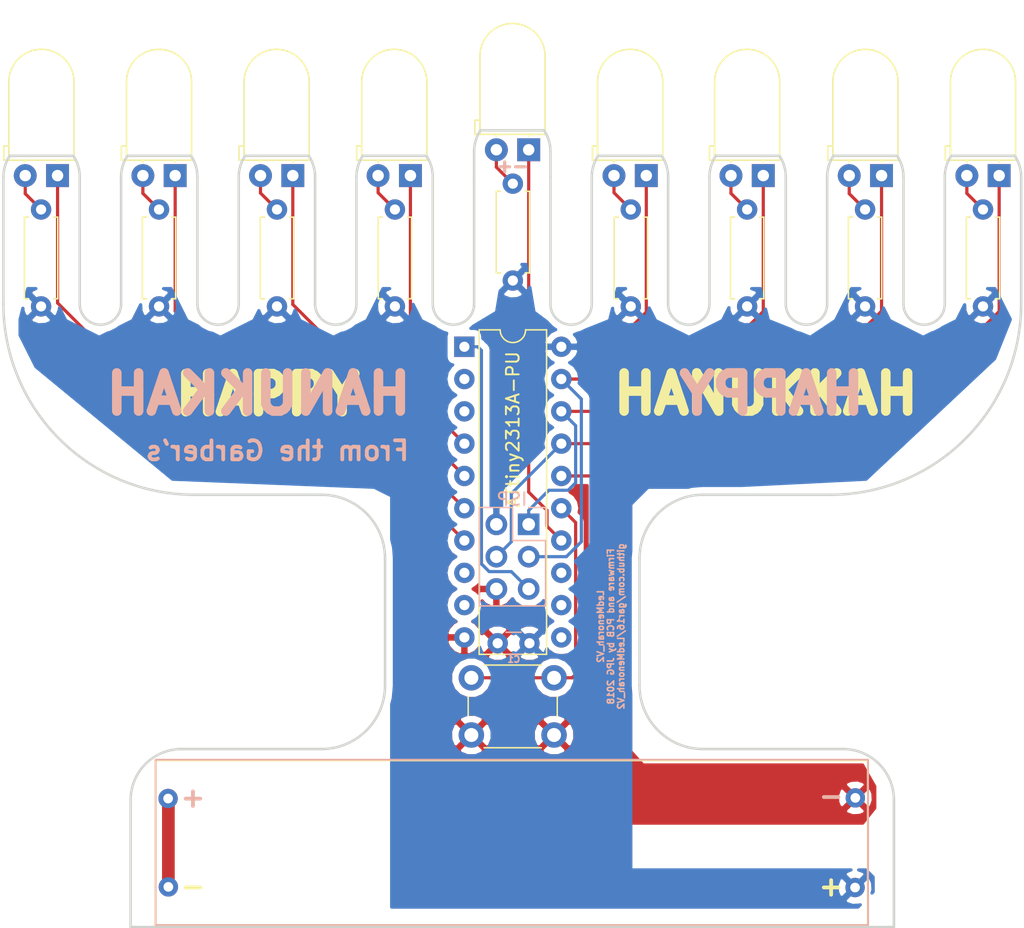
<source format=kicad_pcb>
(kicad_pcb (version 20171130) (host pcbnew "(5.0.0)")

  (general
    (thickness 1.6)
    (drawings 86)
    (tracks 83)
    (zones 0)
    (modules 24)
    (nets 31)
  )

  (page A4)
  (layers
    (0 F.Cu signal)
    (31 B.Cu signal)
    (32 B.Adhes user)
    (33 F.Adhes user)
    (34 B.Paste user)
    (35 F.Paste user)
    (36 B.SilkS user)
    (37 F.SilkS user)
    (38 B.Mask user)
    (39 F.Mask user)
    (40 Dwgs.User user)
    (41 Cmts.User user)
    (42 Eco1.User user)
    (43 Eco2.User user)
    (44 Edge.Cuts user)
    (45 Margin user)
    (46 B.CrtYd user)
    (47 F.CrtYd user)
    (48 B.Fab user)
    (49 F.Fab user)
  )

  (setup
    (last_trace_width 0.25)
    (trace_clearance 0.2)
    (zone_clearance 0.508)
    (zone_45_only no)
    (trace_min 0.2)
    (segment_width 0.2)
    (edge_width 0.15)
    (via_size 0.8)
    (via_drill 0.4)
    (via_min_size 0.4)
    (via_min_drill 0.3)
    (uvia_size 0.3)
    (uvia_drill 0.1)
    (uvias_allowed no)
    (uvia_min_size 0.2)
    (uvia_min_drill 0.1)
    (pcb_text_width 0.3)
    (pcb_text_size 1.5 1.5)
    (mod_edge_width 0.15)
    (mod_text_size 1 1)
    (mod_text_width 0.15)
    (pad_size 1.7 1.7)
    (pad_drill 1)
    (pad_to_mask_clearance 0.2)
    (aux_axis_origin 0 0)
    (visible_elements 7FFFFFFF)
    (pcbplotparams
      (layerselection 0x010f0_ffffffff)
      (usegerberextensions false)
      (usegerberattributes false)
      (usegerberadvancedattributes false)
      (creategerberjobfile false)
      (excludeedgelayer true)
      (linewidth 0.100000)
      (plotframeref false)
      (viasonmask false)
      (mode 1)
      (useauxorigin false)
      (hpglpennumber 1)
      (hpglpenspeed 20)
      (hpglpendiameter 15.000000)
      (psnegative false)
      (psa4output false)
      (plotreference true)
      (plotvalue true)
      (plotinvisibletext false)
      (padsonsilk false)
      (subtractmaskfromsilk false)
      (outputformat 1)
      (mirror false)
      (drillshape 0)
      (scaleselection 1)
      (outputdirectory "gerbers/"))
  )

  (net 0 "")
  (net 1 GND)
  (net 2 "Net-(BT1-Pad1)")
  (net 3 VCC)
  (net 4 eighthN)
  (net 5 "Net-(R8-Pad2)")
  (net 6 "Net-(R5-Pad2)")
  (net 7 fifthN)
  (net 8 "Net-(R1-Pad2)")
  (net 9 firstN)
  (net 10 "Net-(R4-Pad2)")
  (net 11 fourthN)
  (net 12 sixthN)
  (net 13 thirdN)
  (net 14 "Net-(MCU1-Pad15)")
  (net 15 secondN)
  (net 16 shamash)
  (net 17 "Net-(MCU1-Pad13)")
  (net 18 seventhN)
  (net 19 "Net-(R2-Pad2)")
  (net 20 "Net-(R3-Pad2)")
  (net 21 "Net-(R6-Pad2)")
  (net 22 "Net-(R7-Pad2)")
  (net 23 "Net-(Rshamash1-Pad2)")
  (net 24 "Net-(MCU1-Pad9)")
  (net 25 "Net-(MCU1-Pad8)")
  (net 26 "Net-(MCU1-Pad12)")
  (net 27 "Net-(MCU1-Pad11)")
  (net 28 RST)
  (net 29 "Net-(MCU1-Pad3)")
  (net 30 "Net-(MCU1-Pad2)")

  (net_class Default "This is the default net class."
    (clearance 0.2)
    (trace_width 0.25)
    (via_dia 0.8)
    (via_drill 0.4)
    (uvia_dia 0.3)
    (uvia_drill 0.1)
    (add_net GND)
    (add_net "Net-(BT1-Pad1)")
    (add_net "Net-(MCU1-Pad11)")
    (add_net "Net-(MCU1-Pad12)")
    (add_net "Net-(MCU1-Pad13)")
    (add_net "Net-(MCU1-Pad15)")
    (add_net "Net-(MCU1-Pad2)")
    (add_net "Net-(MCU1-Pad3)")
    (add_net "Net-(MCU1-Pad8)")
    (add_net "Net-(MCU1-Pad9)")
    (add_net "Net-(R1-Pad2)")
    (add_net "Net-(R2-Pad2)")
    (add_net "Net-(R3-Pad2)")
    (add_net "Net-(R4-Pad2)")
    (add_net "Net-(R5-Pad2)")
    (add_net "Net-(R6-Pad2)")
    (add_net "Net-(R7-Pad2)")
    (add_net "Net-(R8-Pad2)")
    (add_net "Net-(Rshamash1-Pad2)")
    (add_net RST)
    (add_net VCC)
    (add_net eighthN)
    (add_net fifthN)
    (add_net firstN)
    (add_net fourthN)
    (add_net secondN)
    (add_net seventhN)
    (add_net shamash)
    (add_net sixthN)
    (add_net thirdN)
  )

  (module Pin_Headers:Pin_Header_Straight_2x03_Pitch2.54mm (layer B.Cu) (tedit 5BB640B4) (tstamp 5BB7C975)
    (at 186.7916 132.334 180)
    (descr "Through hole straight pin header, 2x03, 2.54mm pitch, double rows")
    (tags "Through hole pin header THT 2x03 2.54mm double row")
    (path /5BB6437E)
    (fp_text reference J1 (at 1.27 2.33 180) (layer B.SilkS) hide
      (effects (font (size 1 1) (thickness 0.15)) (justify mirror))
    )
    (fp_text value ISP (at 1.3208 1.9812 180) (layer B.SilkS)
      (effects (font (size 1 1) (thickness 0.15)) (justify mirror))
    )
    (fp_text user %R (at 1.27 -2.54 90) (layer B.Fab)
      (effects (font (size 1 1) (thickness 0.15)) (justify mirror))
    )
    (fp_line (start 4.35 1.8) (end -1.8 1.8) (layer B.CrtYd) (width 0.05))
    (fp_line (start 4.35 -6.85) (end 4.35 1.8) (layer B.CrtYd) (width 0.05))
    (fp_line (start -1.8 -6.85) (end 4.35 -6.85) (layer B.CrtYd) (width 0.05))
    (fp_line (start -1.8 1.8) (end -1.8 -6.85) (layer B.CrtYd) (width 0.05))
    (fp_line (start -1.33 1.33) (end 0 1.33) (layer B.SilkS) (width 0.12))
    (fp_line (start -1.33 0) (end -1.33 1.33) (layer B.SilkS) (width 0.12))
    (fp_line (start 1.27 1.33) (end 3.87 1.33) (layer B.SilkS) (width 0.12))
    (fp_line (start 1.27 -1.27) (end 1.27 1.33) (layer B.SilkS) (width 0.12))
    (fp_line (start -1.33 -1.27) (end 1.27 -1.27) (layer B.SilkS) (width 0.12))
    (fp_line (start 3.87 1.33) (end 3.87 -6.41) (layer B.SilkS) (width 0.12))
    (fp_line (start -1.33 -1.27) (end -1.33 -6.41) (layer B.SilkS) (width 0.12))
    (fp_line (start -1.33 -6.41) (end 3.87 -6.41) (layer B.SilkS) (width 0.12))
    (fp_line (start -1.27 0) (end 0 1.27) (layer B.Fab) (width 0.1))
    (fp_line (start -1.27 -6.35) (end -1.27 0) (layer B.Fab) (width 0.1))
    (fp_line (start 3.81 -6.35) (end -1.27 -6.35) (layer B.Fab) (width 0.1))
    (fp_line (start 3.81 1.27) (end 3.81 -6.35) (layer B.Fab) (width 0.1))
    (fp_line (start 0 1.27) (end 3.81 1.27) (layer B.Fab) (width 0.1))
    (pad 6 thru_hole oval (at 2.54 -5.08 180) (size 1.7 1.7) (drill 1) (layers *.Cu *.Mask)
      (net 1 GND))
    (pad 5 thru_hole oval (at 0 -5.08 180) (size 1.7 1.7) (drill 1) (layers *.Cu *.Mask)
      (net 28 RST))
    (pad 4 thru_hole oval (at 2.54 -2.54 180) (size 1.7 1.7) (drill 1) (layers *.Cu *.Mask)
      (net 15 secondN))
    (pad 3 thru_hole oval (at 0 -2.54 180) (size 1.7 1.7) (drill 1) (layers *.Cu *.Mask)
      (net 11 fourthN))
    (pad 2 thru_hole oval (at 2.54 0 180) (size 1.7 1.7) (drill 1) (layers *.Cu *.Mask)
      (net 3 VCC))
    (pad 1 thru_hole rect (at 0 0 180) (size 1.7 1.7) (drill 1) (layers *.Cu *.Mask)
      (net 13 thirdN))
    (model ${KISYS3DMOD}/Pin_Headers.3dshapes/Pin_Header_Straight_2x03_Pitch2.54mm.wrl
      (at (xyz 0 0 0))
      (scale (xyz 1 1 1))
      (rotate (xyz 0 0 0))
    )
  )

  (module Buttons_Switches_THT:SW_PUSH_6mm (layer F.Cu) (tedit 5BB13C04) (tstamp 5BB4F243)
    (at 182.2855 144.399)
    (descr https://www.omron.com/ecb/products/pdf/en-b3f.pdf)
    (tags "tact sw push 6mm")
    (path /5BB14004)
    (fp_text reference SW1 (at 3.25 -2) (layer F.SilkS) hide
      (effects (font (size 1 1) (thickness 0.15)))
    )
    (fp_text value SW_SPST (at 3.75 6.7) (layer F.Fab)
      (effects (font (size 1 1) (thickness 0.15)))
    )
    (fp_circle (center 3.25 2.25) (end 1.25 2.5) (layer F.Fab) (width 0.1))
    (fp_line (start 6.75 3) (end 6.75 1.5) (layer F.SilkS) (width 0.12))
    (fp_line (start 5.5 -1) (end 1 -1) (layer F.SilkS) (width 0.12))
    (fp_line (start -0.25 1.5) (end -0.25 3) (layer F.SilkS) (width 0.12))
    (fp_line (start 1 5.5) (end 5.5 5.5) (layer F.SilkS) (width 0.12))
    (fp_line (start 8 -1.25) (end 8 5.75) (layer F.CrtYd) (width 0.05))
    (fp_line (start 7.75 6) (end -1.25 6) (layer F.CrtYd) (width 0.05))
    (fp_line (start -1.5 5.75) (end -1.5 -1.25) (layer F.CrtYd) (width 0.05))
    (fp_line (start -1.25 -1.5) (end 7.75 -1.5) (layer F.CrtYd) (width 0.05))
    (fp_line (start -1.5 6) (end -1.25 6) (layer F.CrtYd) (width 0.05))
    (fp_line (start -1.5 5.75) (end -1.5 6) (layer F.CrtYd) (width 0.05))
    (fp_line (start -1.5 -1.5) (end -1.25 -1.5) (layer F.CrtYd) (width 0.05))
    (fp_line (start -1.5 -1.25) (end -1.5 -1.5) (layer F.CrtYd) (width 0.05))
    (fp_line (start 8 -1.5) (end 8 -1.25) (layer F.CrtYd) (width 0.05))
    (fp_line (start 7.75 -1.5) (end 8 -1.5) (layer F.CrtYd) (width 0.05))
    (fp_line (start 8 6) (end 8 5.75) (layer F.CrtYd) (width 0.05))
    (fp_line (start 7.75 6) (end 8 6) (layer F.CrtYd) (width 0.05))
    (fp_line (start 0.25 -0.75) (end 3.25 -0.75) (layer F.Fab) (width 0.1))
    (fp_line (start 0.25 5.25) (end 0.25 -0.75) (layer F.Fab) (width 0.1))
    (fp_line (start 6.25 5.25) (end 0.25 5.25) (layer F.Fab) (width 0.1))
    (fp_line (start 6.25 -0.75) (end 6.25 5.25) (layer F.Fab) (width 0.1))
    (fp_line (start 3.25 -0.75) (end 6.25 -0.75) (layer F.Fab) (width 0.1))
    (fp_text user %R (at 3.25 2.25) (layer F.Fab)
      (effects (font (size 1 1) (thickness 0.15)))
    )
    (pad 1 thru_hole circle (at 6.5 0 90) (size 2 2) (drill 1.1) (layers *.Cu *.Mask)
      (net 14 "Net-(MCU1-Pad15)"))
    (pad 2 thru_hole circle (at 6.5 4.5 90) (size 2 2) (drill 1.1) (layers *.Cu *.Mask)
      (net 1 GND))
    (pad 1 thru_hole circle (at 0 0 90) (size 2 2) (drill 1.1) (layers *.Cu *.Mask)
      (net 14 "Net-(MCU1-Pad15)"))
    (pad 2 thru_hole circle (at 0 4.5 90) (size 2 2) (drill 1.1) (layers *.Cu *.Mask)
      (net 1 GND))
    (model ${KISYS3DMOD}/Buttons_Switches_THT.3dshapes/SW_PUSH_6mm.wrl
      (offset (xyz 0.1269999980926514 0 0))
      (scale (xyz 0.3937 0.3937 0.3937))
      (rotate (xyz 0 0 0))
    )
  )

  (module "custom footprints:AAA battery holder with leads" (layer B.Cu) (tedit 5BB13C1A) (tstamp 5BB63103)
    (at 196.469 148.844 180)
    (path /5BAF9F69)
    (fp_text reference BT1 (at 0 -0.5 180) (layer B.SilkS) hide
      (effects (font (size 1 1) (thickness 0.15)) (justify mirror))
    )
    (fp_text value AAA_Battery (at 0 0.5 180) (layer B.Fab)
      (effects (font (size 1 1) (thickness 0.15)) (justify mirror))
    )
    (fp_line (start -17 -2) (end 39 -2) (layer B.SilkS) (width 0.15))
    (fp_line (start 39 -2) (end 39 -15) (layer B.SilkS) (width 0.15))
    (fp_line (start 39 -15) (end -17 -15) (layer B.SilkS) (width 0.15))
    (fp_line (start -17 -15) (end -17 -2) (layer B.SilkS) (width 0.15))
    (pad 1 thru_hole circle (at 38 -12 180) (size 1.524 1.524) (drill 0.762) (layers *.Cu *.Mask)
      (net 2 "Net-(BT1-Pad1)"))
    (pad 2 thru_hole circle (at -16 -5 180) (size 1.524 1.524) (drill 0.762) (layers *.Cu *.Mask)
      (net 1 GND))
  )

  (module "custom footprints:AAA battery holder with leads" (layer F.Cu) (tedit 5BB13C22) (tstamp 5BB6310D)
    (at 174.4472 148.8948)
    (path /5BAFE63A)
    (fp_text reference BT2 (at 0 0.5) (layer F.SilkS) hide
      (effects (font (size 1 1) (thickness 0.15)))
    )
    (fp_text value AAA_Battery (at 0 -0.5) (layer F.Fab)
      (effects (font (size 1 1) (thickness 0.15)))
    )
    (fp_line (start -17 2) (end 39 2) (layer F.SilkS) (width 0.15))
    (fp_line (start 39 2) (end 39 15) (layer F.SilkS) (width 0.15))
    (fp_line (start 39 15) (end -17 15) (layer F.SilkS) (width 0.15))
    (fp_line (start -17 15) (end -17 2) (layer F.SilkS) (width 0.15))
    (pad 1 thru_hole circle (at 38 12) (size 1.524 1.524) (drill 0.762) (layers *.Cu *.Mask)
      (net 3 VCC))
    (pad 2 thru_hole circle (at -16 5) (size 1.524 1.524) (drill 0.762) (layers *.Cu *.Mask)
      (net 2 "Net-(BT1-Pad1)"))
  )

  (module Capacitors_THT:C_Disc_D3.0mm_W1.6mm_P2.50mm (layer B.Cu) (tedit 5BB13AC8) (tstamp 5BB89DAC)
    (at 184.3532 141.6812)
    (descr "C, Disc series, Radial, pin pitch=2.50mm, , diameter*width=3.0*1.6mm^2, Capacitor, http://www.vishay.com/docs/45233/krseries.pdf")
    (tags "C Disc series Radial pin pitch 2.50mm  diameter 3.0mm width 1.6mm Capacitor")
    (path /5BB01D01)
    (fp_text reference C1 (at 1.27 1.27 -180) (layer B.SilkS)
      (effects (font (size 0.5 0.5) (thickness 0.125)) (justify mirror))
    )
    (fp_text value 0.1uf (at 1.25 -2.11) (layer B.Fab)
      (effects (font (size 1 1) (thickness 0.15)) (justify mirror))
    )
    (fp_text user %R (at 2.469999 0) (layer B.Fab)
      (effects (font (size 1 1) (thickness 0.15)) (justify mirror))
    )
    (fp_line (start 3.55 1.15) (end -1.05 1.15) (layer B.CrtYd) (width 0.05))
    (fp_line (start 3.55 -1.15) (end 3.55 1.15) (layer B.CrtYd) (width 0.05))
    (fp_line (start -1.05 -1.15) (end 3.55 -1.15) (layer B.CrtYd) (width 0.05))
    (fp_line (start -1.05 1.15) (end -1.05 -1.15) (layer B.CrtYd) (width 0.05))
    (fp_line (start 0.663 -0.861) (end 1.837 -0.861) (layer B.SilkS) (width 0.12))
    (fp_line (start 0.663 0.861) (end 1.837 0.861) (layer B.SilkS) (width 0.12))
    (fp_line (start 2.75 0.8) (end -0.25 0.8) (layer B.Fab) (width 0.1))
    (fp_line (start 2.75 -0.8) (end 2.75 0.8) (layer B.Fab) (width 0.1))
    (fp_line (start -0.25 -0.8) (end 2.75 -0.8) (layer B.Fab) (width 0.1))
    (fp_line (start -0.25 0.8) (end -0.25 -0.8) (layer B.Fab) (width 0.1))
    (pad 2 thru_hole circle (at 2.5 0) (size 1.6 1.6) (drill 0.8) (layers *.Cu *.Mask)
      (net 3 VCC))
    (pad 1 thru_hole circle (at 0 0) (size 1.6 1.6) (drill 0.8) (layers *.Cu *.Mask)
      (net 1 GND))
    (model ${KISYS3DMOD}/Capacitors_THT.3dshapes/C_Disc_D3.0mm_W1.6mm_P2.50mm.wrl
      (at (xyz 0 0 0))
      (scale (xyz 1 1 1))
      (rotate (xyz 0 0 0))
    )
  )

  (module LEDs:LED_D5.0mm_Horizontal_O1.27mm_Z3.0mm (layer F.Cu) (tedit 5BB1328E) (tstamp 5BB63148)
    (at 149.7584 104.902 180)
    (descr "LED, diameter 5.0mm z-position of LED center 3.0mm, 2 pins")
    (tags "LED diameter 5.0mm z-position of LED center 3.0mm 2 pins")
    (path /5BAF8CF7)
    (fp_text reference eighthNLED1 (at 1.27 -1.96 180) (layer F.SilkS) hide
      (effects (font (size 1 1) (thickness 0.15)))
    )
    (fp_text value LED (at 1.27 10.93 180) (layer F.Fab)
      (effects (font (size 1 1) (thickness 0.15)))
    )
    (fp_arc (start 1.27 7.37) (end -1.23 7.37) (angle -180) (layer F.Fab) (width 0.1))
    (fp_arc (start 1.27 7.37) (end -1.29 7.37) (angle -180) (layer F.SilkS) (width 0.12))
    (fp_line (start -1.23 1.27) (end -1.23 7.37) (layer F.Fab) (width 0.1))
    (fp_line (start 3.77 1.27) (end 3.77 7.37) (layer F.Fab) (width 0.1))
    (fp_line (start -1.23 1.27) (end 3.77 1.27) (layer F.Fab) (width 0.1))
    (fp_line (start 4.17 1.27) (end 4.17 2.27) (layer F.Fab) (width 0.1))
    (fp_line (start 4.17 2.27) (end 3.77 2.27) (layer F.Fab) (width 0.1))
    (fp_line (start 3.77 2.27) (end 3.77 1.27) (layer F.Fab) (width 0.1))
    (fp_line (start 3.77 1.27) (end 4.17 1.27) (layer F.Fab) (width 0.1))
    (fp_line (start 0 0) (end 0 1.27) (layer F.Fab) (width 0.1))
    (fp_line (start 0 1.27) (end 0 1.27) (layer F.Fab) (width 0.1))
    (fp_line (start 0 1.27) (end 0 0) (layer F.Fab) (width 0.1))
    (fp_line (start 0 0) (end 0 0) (layer F.Fab) (width 0.1))
    (fp_line (start 2.54 0) (end 2.54 1.27) (layer F.Fab) (width 0.1))
    (fp_line (start 2.54 1.27) (end 2.54 1.27) (layer F.Fab) (width 0.1))
    (fp_line (start 2.54 1.27) (end 2.54 0) (layer F.Fab) (width 0.1))
    (fp_line (start 2.54 0) (end 2.54 0) (layer F.Fab) (width 0.1))
    (fp_line (start -1.29 1.21) (end -1.29 7.37) (layer F.SilkS) (width 0.12))
    (fp_line (start 3.83 1.21) (end 3.83 7.37) (layer F.SilkS) (width 0.12))
    (fp_line (start -1.29 1.21) (end 3.83 1.21) (layer F.SilkS) (width 0.12))
    (fp_line (start 4.23 1.21) (end 4.23 2.33) (layer F.SilkS) (width 0.12))
    (fp_line (start 4.23 2.33) (end 3.83 2.33) (layer F.SilkS) (width 0.12))
    (fp_line (start 3.83 2.33) (end 3.83 1.21) (layer F.SilkS) (width 0.12))
    (fp_line (start 3.83 1.21) (end 4.23 1.21) (layer F.SilkS) (width 0.12))
    (fp_line (start 0 1.08) (end 0 1.21) (layer F.SilkS) (width 0.12))
    (fp_line (start 0 1.21) (end 0 1.21) (layer F.SilkS) (width 0.12))
    (fp_line (start 0 1.21) (end 0 1.08) (layer F.SilkS) (width 0.12))
    (fp_line (start 0 1.08) (end 0 1.08) (layer F.SilkS) (width 0.12))
    (fp_line (start 2.54 1.08) (end 2.54 1.21) (layer F.SilkS) (width 0.12))
    (fp_line (start 2.54 1.21) (end 2.54 1.21) (layer F.SilkS) (width 0.12))
    (fp_line (start 2.54 1.21) (end 2.54 1.08) (layer F.SilkS) (width 0.12))
    (fp_line (start 2.54 1.08) (end 2.54 1.08) (layer F.SilkS) (width 0.12))
    (fp_line (start -1.95 -1.25) (end -1.95 10.2) (layer F.CrtYd) (width 0.05))
    (fp_line (start -1.95 10.2) (end 4.5 10.2) (layer F.CrtYd) (width 0.05))
    (fp_line (start 4.5 10.2) (end 4.5 -1.25) (layer F.CrtYd) (width 0.05))
    (fp_line (start 4.5 -1.25) (end -1.95 -1.25) (layer F.CrtYd) (width 0.05))
    (pad 1 thru_hole rect (at 0 0 180) (size 1.8 1.8) (drill 0.9) (layers *.Cu *.Mask)
      (net 4 eighthN))
    (pad 2 thru_hole circle (at 2.54 0 180) (size 1.8 1.8) (drill 0.9) (layers *.Cu *.Mask)
      (net 5 "Net-(R8-Pad2)"))
    (model ${KISYS3DMOD}/LEDs.3dshapes/LED_D5.0mm_Horizontal_O1.27mm_Z3.0mm.wrl
      (at (xyz 0 0 0))
      (scale (xyz 0.393701 0.393701 0.393701))
      (rotate (xyz 0 0 0))
    )
  )

  (module LEDs:LED_D5.0mm_Horizontal_O1.27mm_Z3.0mm (layer F.Cu) (tedit 5BB13297) (tstamp 5BB63172)
    (at 177.4952 104.902 180)
    (descr "LED, diameter 5.0mm z-position of LED center 3.0mm, 2 pins")
    (tags "LED diameter 5.0mm z-position of LED center 3.0mm 2 pins")
    (path /5BAF8AD4)
    (fp_text reference fifthNLED1 (at 1.27 -1.96 180) (layer F.SilkS) hide
      (effects (font (size 1 1) (thickness 0.15)))
    )
    (fp_text value LED (at 1.27 10.93 180) (layer F.Fab)
      (effects (font (size 1 1) (thickness 0.15)))
    )
    (fp_line (start 4.5 -1.25) (end -1.95 -1.25) (layer F.CrtYd) (width 0.05))
    (fp_line (start 4.5 10.2) (end 4.5 -1.25) (layer F.CrtYd) (width 0.05))
    (fp_line (start -1.95 10.2) (end 4.5 10.2) (layer F.CrtYd) (width 0.05))
    (fp_line (start -1.95 -1.25) (end -1.95 10.2) (layer F.CrtYd) (width 0.05))
    (fp_line (start 2.54 1.08) (end 2.54 1.08) (layer F.SilkS) (width 0.12))
    (fp_line (start 2.54 1.21) (end 2.54 1.08) (layer F.SilkS) (width 0.12))
    (fp_line (start 2.54 1.21) (end 2.54 1.21) (layer F.SilkS) (width 0.12))
    (fp_line (start 2.54 1.08) (end 2.54 1.21) (layer F.SilkS) (width 0.12))
    (fp_line (start 0 1.08) (end 0 1.08) (layer F.SilkS) (width 0.12))
    (fp_line (start 0 1.21) (end 0 1.08) (layer F.SilkS) (width 0.12))
    (fp_line (start 0 1.21) (end 0 1.21) (layer F.SilkS) (width 0.12))
    (fp_line (start 0 1.08) (end 0 1.21) (layer F.SilkS) (width 0.12))
    (fp_line (start 3.83 1.21) (end 4.23 1.21) (layer F.SilkS) (width 0.12))
    (fp_line (start 3.83 2.33) (end 3.83 1.21) (layer F.SilkS) (width 0.12))
    (fp_line (start 4.23 2.33) (end 3.83 2.33) (layer F.SilkS) (width 0.12))
    (fp_line (start 4.23 1.21) (end 4.23 2.33) (layer F.SilkS) (width 0.12))
    (fp_line (start -1.29 1.21) (end 3.83 1.21) (layer F.SilkS) (width 0.12))
    (fp_line (start 3.83 1.21) (end 3.83 7.37) (layer F.SilkS) (width 0.12))
    (fp_line (start -1.29 1.21) (end -1.29 7.37) (layer F.SilkS) (width 0.12))
    (fp_line (start 2.54 0) (end 2.54 0) (layer F.Fab) (width 0.1))
    (fp_line (start 2.54 1.27) (end 2.54 0) (layer F.Fab) (width 0.1))
    (fp_line (start 2.54 1.27) (end 2.54 1.27) (layer F.Fab) (width 0.1))
    (fp_line (start 2.54 0) (end 2.54 1.27) (layer F.Fab) (width 0.1))
    (fp_line (start 0 0) (end 0 0) (layer F.Fab) (width 0.1))
    (fp_line (start 0 1.27) (end 0 0) (layer F.Fab) (width 0.1))
    (fp_line (start 0 1.27) (end 0 1.27) (layer F.Fab) (width 0.1))
    (fp_line (start 0 0) (end 0 1.27) (layer F.Fab) (width 0.1))
    (fp_line (start 3.77 1.27) (end 4.17 1.27) (layer F.Fab) (width 0.1))
    (fp_line (start 3.77 2.27) (end 3.77 1.27) (layer F.Fab) (width 0.1))
    (fp_line (start 4.17 2.27) (end 3.77 2.27) (layer F.Fab) (width 0.1))
    (fp_line (start 4.17 1.27) (end 4.17 2.27) (layer F.Fab) (width 0.1))
    (fp_line (start -1.23 1.27) (end 3.77 1.27) (layer F.Fab) (width 0.1))
    (fp_line (start 3.77 1.27) (end 3.77 7.37) (layer F.Fab) (width 0.1))
    (fp_line (start -1.23 1.27) (end -1.23 7.37) (layer F.Fab) (width 0.1))
    (fp_arc (start 1.27 7.37) (end -1.29 7.37) (angle -180) (layer F.SilkS) (width 0.12))
    (fp_arc (start 1.27 7.37) (end -1.23 7.37) (angle -180) (layer F.Fab) (width 0.1))
    (pad 2 thru_hole circle (at 2.54 0 180) (size 1.8 1.8) (drill 0.9) (layers *.Cu *.Mask)
      (net 6 "Net-(R5-Pad2)"))
    (pad 1 thru_hole rect (at 0 0 180) (size 1.8 1.8) (drill 0.9) (layers *.Cu *.Mask)
      (net 7 fifthN))
    (model ${KISYS3DMOD}/LEDs.3dshapes/LED_D5.0mm_Horizontal_O1.27mm_Z3.0mm.wrl
      (at (xyz 0 0 0))
      (scale (xyz 0.393701 0.393701 0.393701))
      (rotate (xyz 0 0 0))
    )
  )

  (module LEDs:LED_D5.0mm_Horizontal_O1.27mm_Z3.0mm (layer F.Cu) (tedit 5BB13254) (tstamp 5BB6319C)
    (at 223.774 104.902 180)
    (descr "LED, diameter 5.0mm z-position of LED center 3.0mm, 2 pins")
    (tags "LED diameter 5.0mm z-position of LED center 3.0mm 2 pins")
    (path /5BAF86C8)
    (fp_text reference firstNLED1 (at 1.27 -1.96 180) (layer F.SilkS) hide
      (effects (font (size 1 1) (thickness 0.15)))
    )
    (fp_text value LED (at 1.27 10.93 180) (layer F.Fab)
      (effects (font (size 1 1) (thickness 0.15)))
    )
    (fp_line (start 4.5 -1.25) (end -1.95 -1.25) (layer F.CrtYd) (width 0.05))
    (fp_line (start 4.5 10.2) (end 4.5 -1.25) (layer F.CrtYd) (width 0.05))
    (fp_line (start -1.95 10.2) (end 4.5 10.2) (layer F.CrtYd) (width 0.05))
    (fp_line (start -1.95 -1.25) (end -1.95 10.2) (layer F.CrtYd) (width 0.05))
    (fp_line (start 2.54 1.08) (end 2.54 1.08) (layer F.SilkS) (width 0.12))
    (fp_line (start 2.54 1.21) (end 2.54 1.08) (layer F.SilkS) (width 0.12))
    (fp_line (start 2.54 1.21) (end 2.54 1.21) (layer F.SilkS) (width 0.12))
    (fp_line (start 2.54 1.08) (end 2.54 1.21) (layer F.SilkS) (width 0.12))
    (fp_line (start 0 1.08) (end 0 1.08) (layer F.SilkS) (width 0.12))
    (fp_line (start 0 1.21) (end 0 1.08) (layer F.SilkS) (width 0.12))
    (fp_line (start 0 1.21) (end 0 1.21) (layer F.SilkS) (width 0.12))
    (fp_line (start 0 1.08) (end 0 1.21) (layer F.SilkS) (width 0.12))
    (fp_line (start 3.83 1.21) (end 4.23 1.21) (layer F.SilkS) (width 0.12))
    (fp_line (start 3.83 2.33) (end 3.83 1.21) (layer F.SilkS) (width 0.12))
    (fp_line (start 4.23 2.33) (end 3.83 2.33) (layer F.SilkS) (width 0.12))
    (fp_line (start 4.23 1.21) (end 4.23 2.33) (layer F.SilkS) (width 0.12))
    (fp_line (start -1.29 1.21) (end 3.83 1.21) (layer F.SilkS) (width 0.12))
    (fp_line (start 3.83 1.21) (end 3.83 7.37) (layer F.SilkS) (width 0.12))
    (fp_line (start -1.29 1.21) (end -1.29 7.37) (layer F.SilkS) (width 0.12))
    (fp_line (start 2.54 0) (end 2.54 0) (layer F.Fab) (width 0.1))
    (fp_line (start 2.54 1.27) (end 2.54 0) (layer F.Fab) (width 0.1))
    (fp_line (start 2.54 1.27) (end 2.54 1.27) (layer F.Fab) (width 0.1))
    (fp_line (start 2.54 0) (end 2.54 1.27) (layer F.Fab) (width 0.1))
    (fp_line (start 0 0) (end 0 0) (layer F.Fab) (width 0.1))
    (fp_line (start 0 1.27) (end 0 0) (layer F.Fab) (width 0.1))
    (fp_line (start 0 1.27) (end 0 1.27) (layer F.Fab) (width 0.1))
    (fp_line (start 0 0) (end 0 1.27) (layer F.Fab) (width 0.1))
    (fp_line (start 3.77 1.27) (end 4.17 1.27) (layer F.Fab) (width 0.1))
    (fp_line (start 3.77 2.27) (end 3.77 1.27) (layer F.Fab) (width 0.1))
    (fp_line (start 4.17 2.27) (end 3.77 2.27) (layer F.Fab) (width 0.1))
    (fp_line (start 4.17 1.27) (end 4.17 2.27) (layer F.Fab) (width 0.1))
    (fp_line (start -1.23 1.27) (end 3.77 1.27) (layer F.Fab) (width 0.1))
    (fp_line (start 3.77 1.27) (end 3.77 7.37) (layer F.Fab) (width 0.1))
    (fp_line (start -1.23 1.27) (end -1.23 7.37) (layer F.Fab) (width 0.1))
    (fp_arc (start 1.27 7.37) (end -1.29 7.37) (angle -180) (layer F.SilkS) (width 0.12))
    (fp_arc (start 1.27 7.37) (end -1.23 7.37) (angle -180) (layer F.Fab) (width 0.1))
    (pad 2 thru_hole circle (at 2.54 0 180) (size 1.8 1.8) (drill 0.9) (layers *.Cu *.Mask)
      (net 8 "Net-(R1-Pad2)"))
    (pad 1 thru_hole rect (at 0 0 180) (size 1.8 1.8) (drill 0.9) (layers *.Cu *.Mask)
      (net 9 firstN))
    (model ${KISYS3DMOD}/LEDs.3dshapes/LED_D5.0mm_Horizontal_O1.27mm_Z3.0mm.wrl
      (at (xyz 0 0 0))
      (scale (xyz 0.393701 0.393701 0.393701))
      (rotate (xyz 0 0 0))
    )
  )

  (module LEDs:LED_D5.0mm_Horizontal_O1.27mm_Z3.0mm (layer F.Cu) (tedit 5BB1323E) (tstamp 5BB631C6)
    (at 196.0372 104.902 180)
    (descr "LED, diameter 5.0mm z-position of LED center 3.0mm, 2 pins")
    (tags "LED diameter 5.0mm z-position of LED center 3.0mm 2 pins")
    (path /5BAF8918)
    (fp_text reference fourthNLED1 (at 1.27 -1.96 180) (layer F.SilkS) hide
      (effects (font (size 1 1) (thickness 0.15)))
    )
    (fp_text value LED (at 1.27 10.93 180) (layer F.Fab)
      (effects (font (size 1 1) (thickness 0.15)))
    )
    (fp_line (start 4.5 -1.25) (end -1.95 -1.25) (layer F.CrtYd) (width 0.05))
    (fp_line (start 4.5 10.2) (end 4.5 -1.25) (layer F.CrtYd) (width 0.05))
    (fp_line (start -1.95 10.2) (end 4.5 10.2) (layer F.CrtYd) (width 0.05))
    (fp_line (start -1.95 -1.25) (end -1.95 10.2) (layer F.CrtYd) (width 0.05))
    (fp_line (start 2.54 1.08) (end 2.54 1.08) (layer F.SilkS) (width 0.12))
    (fp_line (start 2.54 1.21) (end 2.54 1.08) (layer F.SilkS) (width 0.12))
    (fp_line (start 2.54 1.21) (end 2.54 1.21) (layer F.SilkS) (width 0.12))
    (fp_line (start 2.54 1.08) (end 2.54 1.21) (layer F.SilkS) (width 0.12))
    (fp_line (start 0 1.08) (end 0 1.08) (layer F.SilkS) (width 0.12))
    (fp_line (start 0 1.21) (end 0 1.08) (layer F.SilkS) (width 0.12))
    (fp_line (start 0 1.21) (end 0 1.21) (layer F.SilkS) (width 0.12))
    (fp_line (start 0 1.08) (end 0 1.21) (layer F.SilkS) (width 0.12))
    (fp_line (start 3.83 1.21) (end 4.23 1.21) (layer F.SilkS) (width 0.12))
    (fp_line (start 3.83 2.33) (end 3.83 1.21) (layer F.SilkS) (width 0.12))
    (fp_line (start 4.23 2.33) (end 3.83 2.33) (layer F.SilkS) (width 0.12))
    (fp_line (start 4.23 1.21) (end 4.23 2.33) (layer F.SilkS) (width 0.12))
    (fp_line (start -1.29 1.21) (end 3.83 1.21) (layer F.SilkS) (width 0.12))
    (fp_line (start 3.83 1.21) (end 3.83 7.37) (layer F.SilkS) (width 0.12))
    (fp_line (start -1.29 1.21) (end -1.29 7.37) (layer F.SilkS) (width 0.12))
    (fp_line (start 2.54 0) (end 2.54 0) (layer F.Fab) (width 0.1))
    (fp_line (start 2.54 1.27) (end 2.54 0) (layer F.Fab) (width 0.1))
    (fp_line (start 2.54 1.27) (end 2.54 1.27) (layer F.Fab) (width 0.1))
    (fp_line (start 2.54 0) (end 2.54 1.27) (layer F.Fab) (width 0.1))
    (fp_line (start 0 0) (end 0 0) (layer F.Fab) (width 0.1))
    (fp_line (start 0 1.27) (end 0 0) (layer F.Fab) (width 0.1))
    (fp_line (start 0 1.27) (end 0 1.27) (layer F.Fab) (width 0.1))
    (fp_line (start 0 0) (end 0 1.27) (layer F.Fab) (width 0.1))
    (fp_line (start 3.77 1.27) (end 4.17 1.27) (layer F.Fab) (width 0.1))
    (fp_line (start 3.77 2.27) (end 3.77 1.27) (layer F.Fab) (width 0.1))
    (fp_line (start 4.17 2.27) (end 3.77 2.27) (layer F.Fab) (width 0.1))
    (fp_line (start 4.17 1.27) (end 4.17 2.27) (layer F.Fab) (width 0.1))
    (fp_line (start -1.23 1.27) (end 3.77 1.27) (layer F.Fab) (width 0.1))
    (fp_line (start 3.77 1.27) (end 3.77 7.37) (layer F.Fab) (width 0.1))
    (fp_line (start -1.23 1.27) (end -1.23 7.37) (layer F.Fab) (width 0.1))
    (fp_arc (start 1.27 7.37) (end -1.29 7.37) (angle -180) (layer F.SilkS) (width 0.12))
    (fp_arc (start 1.27 7.37) (end -1.23 7.37) (angle -180) (layer F.Fab) (width 0.1))
    (pad 2 thru_hole circle (at 2.54 0 180) (size 1.8 1.8) (drill 0.9) (layers *.Cu *.Mask)
      (net 10 "Net-(R4-Pad2)"))
    (pad 1 thru_hole rect (at 0 0 180) (size 1.8 1.8) (drill 0.9) (layers *.Cu *.Mask)
      (net 11 fourthN))
    (model ${KISYS3DMOD}/LEDs.3dshapes/LED_D5.0mm_Horizontal_O1.27mm_Z3.0mm.wrl
      (at (xyz 0 0 0))
      (scale (xyz 0.393701 0.393701 0.393701))
      (rotate (xyz 0 0 0))
    )
  )

  (module Housings_DIP:DIP-20_W7.62mm (layer F.Cu) (tedit 5BB13F85) (tstamp 5BB4E532)
    (at 181.737 118.364)
    (descr "20-lead though-hole mounted DIP package, row spacing 7.62 mm (300 mils)")
    (tags "THT DIP DIL PDIP 2.54mm 7.62mm 300mil")
    (path /5BAF8588)
    (fp_text reference MCU1 (at 3.81 -2.33) (layer F.SilkS) hide
      (effects (font (size 1 1) (thickness 0.15)))
    )
    (fp_text value ATtiny2313A-PU (at 3.81 6.5024 -270) (layer F.SilkS)
      (effects (font (size 1 1) (thickness 0.15)))
    )
    (fp_text user %R (at 3.81 11.43) (layer F.Fab)
      (effects (font (size 1 1) (thickness 0.15)))
    )
    (fp_line (start 8.7 -1.55) (end -1.1 -1.55) (layer F.CrtYd) (width 0.05))
    (fp_line (start 8.7 24.4) (end 8.7 -1.55) (layer F.CrtYd) (width 0.05))
    (fp_line (start -1.1 24.4) (end 8.7 24.4) (layer F.CrtYd) (width 0.05))
    (fp_line (start -1.1 -1.55) (end -1.1 24.4) (layer F.CrtYd) (width 0.05))
    (fp_line (start 6.46 -1.33) (end 4.81 -1.33) (layer F.SilkS) (width 0.12))
    (fp_line (start 6.46 24.19) (end 6.46 -1.33) (layer F.SilkS) (width 0.12))
    (fp_line (start 1.16 24.19) (end 6.46 24.19) (layer F.SilkS) (width 0.12))
    (fp_line (start 1.16 -1.33) (end 1.16 24.19) (layer F.SilkS) (width 0.12))
    (fp_line (start 2.81 -1.33) (end 1.16 -1.33) (layer F.SilkS) (width 0.12))
    (fp_line (start 0.635 -0.27) (end 1.635 -1.27) (layer F.Fab) (width 0.1))
    (fp_line (start 0.635 24.13) (end 0.635 -0.27) (layer F.Fab) (width 0.1))
    (fp_line (start 6.985 24.13) (end 0.635 24.13) (layer F.Fab) (width 0.1))
    (fp_line (start 6.985 -1.27) (end 6.985 24.13) (layer F.Fab) (width 0.1))
    (fp_line (start 1.635 -1.27) (end 6.985 -1.27) (layer F.Fab) (width 0.1))
    (fp_arc (start 3.81 -1.33) (end 2.81 -1.33) (angle -180) (layer F.SilkS) (width 0.12))
    (pad 20 thru_hole oval (at 7.62 0) (size 1.6 1.6) (drill 0.8) (layers *.Cu *.Mask)
      (net 3 VCC))
    (pad 10 thru_hole oval (at 0 22.86) (size 1.6 1.6) (drill 0.8) (layers *.Cu *.Mask)
      (net 1 GND))
    (pad 19 thru_hole oval (at 7.62 2.54) (size 1.6 1.6) (drill 0.8) (layers *.Cu *.Mask)
      (net 11 fourthN))
    (pad 9 thru_hole oval (at 0 20.32) (size 1.6 1.6) (drill 0.8) (layers *.Cu *.Mask)
      (net 24 "Net-(MCU1-Pad9)"))
    (pad 18 thru_hole oval (at 7.62 5.08) (size 1.6 1.6) (drill 0.8) (layers *.Cu *.Mask)
      (net 13 thirdN))
    (pad 8 thru_hole oval (at 0 17.78) (size 1.6 1.6) (drill 0.8) (layers *.Cu *.Mask)
      (net 25 "Net-(MCU1-Pad8)"))
    (pad 17 thru_hole oval (at 7.62 7.62) (size 1.6 1.6) (drill 0.8) (layers *.Cu *.Mask)
      (net 15 secondN))
    (pad 7 thru_hole oval (at 0 15.24) (size 1.6 1.6) (drill 0.8) (layers *.Cu *.Mask)
      (net 4 eighthN))
    (pad 16 thru_hole oval (at 7.62 10.16) (size 1.6 1.6) (drill 0.8) (layers *.Cu *.Mask)
      (net 9 firstN))
    (pad 6 thru_hole oval (at 0 12.7) (size 1.6 1.6) (drill 0.8) (layers *.Cu *.Mask)
      (net 18 seventhN))
    (pad 15 thru_hole oval (at 7.62 12.7) (size 1.6 1.6) (drill 0.8) (layers *.Cu *.Mask)
      (net 14 "Net-(MCU1-Pad15)"))
    (pad 5 thru_hole oval (at 0 10.16) (size 1.6 1.6) (drill 0.8) (layers *.Cu *.Mask)
      (net 12 sixthN))
    (pad 14 thru_hole oval (at 7.62 15.24) (size 1.6 1.6) (drill 0.8) (layers *.Cu *.Mask)
      (net 16 shamash))
    (pad 4 thru_hole oval (at 0 7.62) (size 1.6 1.6) (drill 0.8) (layers *.Cu *.Mask)
      (net 7 fifthN))
    (pad 13 thru_hole oval (at 7.62 17.78) (size 1.6 1.6) (drill 0.8) (layers *.Cu *.Mask)
      (net 17 "Net-(MCU1-Pad13)"))
    (pad 3 thru_hole oval (at 0 5.08) (size 1.6 1.6) (drill 0.8) (layers *.Cu *.Mask)
      (net 29 "Net-(MCU1-Pad3)"))
    (pad 12 thru_hole oval (at 7.62 20.32) (size 1.6 1.6) (drill 0.8) (layers *.Cu *.Mask)
      (net 26 "Net-(MCU1-Pad12)"))
    (pad 2 thru_hole oval (at 0 2.54) (size 1.6 1.6) (drill 0.8) (layers *.Cu *.Mask)
      (net 30 "Net-(MCU1-Pad2)"))
    (pad 11 thru_hole oval (at 7.62 22.86) (size 1.6 1.6) (drill 0.8) (layers *.Cu *.Mask)
      (net 27 "Net-(MCU1-Pad11)"))
    (pad 1 thru_hole rect (at 0 0) (size 1.6 1.6) (drill 0.8) (layers *.Cu *.Mask)
      (net 28 RST))
    (model ${KISYS3DMOD}/Housings_DIP.3dshapes/DIP-20_W7.62mm.wrl
      (at (xyz 0 0 0))
      (scale (xyz 1 1 1))
      (rotate (xyz 0 0 0))
    )
  )

  (module Resistors_THT:R_Axial_DIN0207_L6.3mm_D2.5mm_P7.62mm_Horizontal (layer F.Cu) (tedit 5BB13262) (tstamp 5BB0549B)
    (at 222.504 115.189 90)
    (descr "Resistor, Axial_DIN0207 series, Axial, Horizontal, pin pitch=7.62mm, 0.25W = 1/4W, length*diameter=6.3*2.5mm^2, http://cdn-reichelt.de/documents/datenblatt/B400/1_4W%23YAG.pdf")
    (tags "Resistor Axial_DIN0207 series Axial Horizontal pin pitch 7.62mm 0.25W = 1/4W length 6.3mm diameter 2.5mm")
    (path /5BAFB419)
    (fp_text reference R1 (at 3.81 -2.31 90) (layer F.SilkS) hide
      (effects (font (size 1 1) (thickness 0.15)))
    )
    (fp_text value 220 (at 3.81 2.31 90) (layer F.Fab)
      (effects (font (size 1 1) (thickness 0.15)))
    )
    (fp_line (start 8.7 -1.6) (end -1.05 -1.6) (layer F.CrtYd) (width 0.05))
    (fp_line (start 8.7 1.6) (end 8.7 -1.6) (layer F.CrtYd) (width 0.05))
    (fp_line (start -1.05 1.6) (end 8.7 1.6) (layer F.CrtYd) (width 0.05))
    (fp_line (start -1.05 -1.6) (end -1.05 1.6) (layer F.CrtYd) (width 0.05))
    (fp_line (start 7.02 1.31) (end 7.02 0.98) (layer F.SilkS) (width 0.12))
    (fp_line (start 0.6 1.31) (end 7.02 1.31) (layer F.SilkS) (width 0.12))
    (fp_line (start 0.6 0.98) (end 0.6 1.31) (layer F.SilkS) (width 0.12))
    (fp_line (start 7.02 -1.31) (end 7.02 -0.98) (layer F.SilkS) (width 0.12))
    (fp_line (start 0.6 -1.31) (end 7.02 -1.31) (layer F.SilkS) (width 0.12))
    (fp_line (start 0.6 -0.98) (end 0.6 -1.31) (layer F.SilkS) (width 0.12))
    (fp_line (start 7.62 0) (end 6.96 0) (layer F.Fab) (width 0.1))
    (fp_line (start 0 0) (end 0.66 0) (layer F.Fab) (width 0.1))
    (fp_line (start 6.96 -1.25) (end 0.66 -1.25) (layer F.Fab) (width 0.1))
    (fp_line (start 6.96 1.25) (end 6.96 -1.25) (layer F.Fab) (width 0.1))
    (fp_line (start 0.66 1.25) (end 6.96 1.25) (layer F.Fab) (width 0.1))
    (fp_line (start 0.66 -1.25) (end 0.66 1.25) (layer F.Fab) (width 0.1))
    (pad 2 thru_hole oval (at 7.62 0 90) (size 1.6 1.6) (drill 0.8) (layers *.Cu *.Mask)
      (net 8 "Net-(R1-Pad2)"))
    (pad 1 thru_hole circle (at 0 0 90) (size 1.6 1.6) (drill 0.8) (layers *.Cu *.Mask)
      (net 3 VCC))
    (model ${KISYS3DMOD}/Resistors_THT.3dshapes/R_Axial_DIN0207_L6.3mm_D2.5mm_P7.62mm_Horizontal.wrl
      (at (xyz 0 0 0))
      (scale (xyz 0.393701 0.393701 0.393701))
      (rotate (xyz 0 0 0))
    )
  )

  (module Resistors_THT:R_Axial_DIN0207_L6.3mm_D2.5mm_P7.62mm_Horizontal (layer F.Cu) (tedit 5BB13266) (tstamp 5BB0541C)
    (at 213.233 115.189 90)
    (descr "Resistor, Axial_DIN0207 series, Axial, Horizontal, pin pitch=7.62mm, 0.25W = 1/4W, length*diameter=6.3*2.5mm^2, http://cdn-reichelt.de/documents/datenblatt/B400/1_4W%23YAG.pdf")
    (tags "Resistor Axial_DIN0207 series Axial Horizontal pin pitch 7.62mm 0.25W = 1/4W length 6.3mm diameter 2.5mm")
    (path /5BAFB4C3)
    (fp_text reference R2 (at 3.81 -2.31 90) (layer F.SilkS) hide
      (effects (font (size 1 1) (thickness 0.15)))
    )
    (fp_text value 220 (at 3.81 2.31 90) (layer F.Fab)
      (effects (font (size 1 1) (thickness 0.15)))
    )
    (fp_line (start 0.66 -1.25) (end 0.66 1.25) (layer F.Fab) (width 0.1))
    (fp_line (start 0.66 1.25) (end 6.96 1.25) (layer F.Fab) (width 0.1))
    (fp_line (start 6.96 1.25) (end 6.96 -1.25) (layer F.Fab) (width 0.1))
    (fp_line (start 6.96 -1.25) (end 0.66 -1.25) (layer F.Fab) (width 0.1))
    (fp_line (start 0 0) (end 0.66 0) (layer F.Fab) (width 0.1))
    (fp_line (start 7.62 0) (end 6.96 0) (layer F.Fab) (width 0.1))
    (fp_line (start 0.6 -0.98) (end 0.6 -1.31) (layer F.SilkS) (width 0.12))
    (fp_line (start 0.6 -1.31) (end 7.02 -1.31) (layer F.SilkS) (width 0.12))
    (fp_line (start 7.02 -1.31) (end 7.02 -0.98) (layer F.SilkS) (width 0.12))
    (fp_line (start 0.6 0.98) (end 0.6 1.31) (layer F.SilkS) (width 0.12))
    (fp_line (start 0.6 1.31) (end 7.02 1.31) (layer F.SilkS) (width 0.12))
    (fp_line (start 7.02 1.31) (end 7.02 0.98) (layer F.SilkS) (width 0.12))
    (fp_line (start -1.05 -1.6) (end -1.05 1.6) (layer F.CrtYd) (width 0.05))
    (fp_line (start -1.05 1.6) (end 8.7 1.6) (layer F.CrtYd) (width 0.05))
    (fp_line (start 8.7 1.6) (end 8.7 -1.6) (layer F.CrtYd) (width 0.05))
    (fp_line (start 8.7 -1.6) (end -1.05 -1.6) (layer F.CrtYd) (width 0.05))
    (pad 1 thru_hole circle (at 0 0 90) (size 1.6 1.6) (drill 0.8) (layers *.Cu *.Mask)
      (net 3 VCC))
    (pad 2 thru_hole oval (at 7.62 0 90) (size 1.6 1.6) (drill 0.8) (layers *.Cu *.Mask)
      (net 19 "Net-(R2-Pad2)"))
    (model ${KISYS3DMOD}/Resistors_THT.3dshapes/R_Axial_DIN0207_L6.3mm_D2.5mm_P7.62mm_Horizontal.wrl
      (at (xyz 0 0 0))
      (scale (xyz 0.393701 0.393701 0.393701))
      (rotate (xyz 0 0 0))
    )
  )

  (module Resistors_THT:R_Axial_DIN0207_L6.3mm_D2.5mm_P7.62mm_Horizontal (layer F.Cu) (tedit 5BB1326F) (tstamp 5BB6324C)
    (at 203.962 115.189 90)
    (descr "Resistor, Axial_DIN0207 series, Axial, Horizontal, pin pitch=7.62mm, 0.25W = 1/4W, length*diameter=6.3*2.5mm^2, http://cdn-reichelt.de/documents/datenblatt/B400/1_4W%23YAG.pdf")
    (tags "Resistor Axial_DIN0207 series Axial Horizontal pin pitch 7.62mm 0.25W = 1/4W length 6.3mm diameter 2.5mm")
    (path /5BAFB4FB)
    (fp_text reference R3 (at 3.81 -2.31 90) (layer F.SilkS) hide
      (effects (font (size 1 1) (thickness 0.15)))
    )
    (fp_text value 220 (at 3.81 2.31 90) (layer F.Fab)
      (effects (font (size 1 1) (thickness 0.15)))
    )
    (fp_line (start 8.7 -1.6) (end -1.05 -1.6) (layer F.CrtYd) (width 0.05))
    (fp_line (start 8.7 1.6) (end 8.7 -1.6) (layer F.CrtYd) (width 0.05))
    (fp_line (start -1.05 1.6) (end 8.7 1.6) (layer F.CrtYd) (width 0.05))
    (fp_line (start -1.05 -1.6) (end -1.05 1.6) (layer F.CrtYd) (width 0.05))
    (fp_line (start 7.02 1.31) (end 7.02 0.98) (layer F.SilkS) (width 0.12))
    (fp_line (start 0.6 1.31) (end 7.02 1.31) (layer F.SilkS) (width 0.12))
    (fp_line (start 0.6 0.98) (end 0.6 1.31) (layer F.SilkS) (width 0.12))
    (fp_line (start 7.02 -1.31) (end 7.02 -0.98) (layer F.SilkS) (width 0.12))
    (fp_line (start 0.6 -1.31) (end 7.02 -1.31) (layer F.SilkS) (width 0.12))
    (fp_line (start 0.6 -0.98) (end 0.6 -1.31) (layer F.SilkS) (width 0.12))
    (fp_line (start 7.62 0) (end 6.96 0) (layer F.Fab) (width 0.1))
    (fp_line (start 0 0) (end 0.66 0) (layer F.Fab) (width 0.1))
    (fp_line (start 6.96 -1.25) (end 0.66 -1.25) (layer F.Fab) (width 0.1))
    (fp_line (start 6.96 1.25) (end 6.96 -1.25) (layer F.Fab) (width 0.1))
    (fp_line (start 0.66 1.25) (end 6.96 1.25) (layer F.Fab) (width 0.1))
    (fp_line (start 0.66 -1.25) (end 0.66 1.25) (layer F.Fab) (width 0.1))
    (pad 2 thru_hole oval (at 7.62 0 90) (size 1.6 1.6) (drill 0.8) (layers *.Cu *.Mask)
      (net 20 "Net-(R3-Pad2)"))
    (pad 1 thru_hole circle (at 0 0 90) (size 1.6 1.6) (drill 0.8) (layers *.Cu *.Mask)
      (net 3 VCC))
    (model ${KISYS3DMOD}/Resistors_THT.3dshapes/R_Axial_DIN0207_L6.3mm_D2.5mm_P7.62mm_Horizontal.wrl
      (at (xyz 0 0 0))
      (scale (xyz 0.393701 0.393701 0.393701))
      (rotate (xyz 0 0 0))
    )
  )

  (module Resistors_THT:R_Axial_DIN0207_L6.3mm_D2.5mm_P7.62mm_Horizontal (layer F.Cu) (tedit 5BB13273) (tstamp 5BB63262)
    (at 194.818 115.189 90)
    (descr "Resistor, Axial_DIN0207 series, Axial, Horizontal, pin pitch=7.62mm, 0.25W = 1/4W, length*diameter=6.3*2.5mm^2, http://cdn-reichelt.de/documents/datenblatt/B400/1_4W%23YAG.pdf")
    (tags "Resistor Axial_DIN0207 series Axial Horizontal pin pitch 7.62mm 0.25W = 1/4W length 6.3mm diameter 2.5mm")
    (path /5BAFB535)
    (fp_text reference R4 (at 3.81 -2.31 90) (layer F.SilkS) hide
      (effects (font (size 1 1) (thickness 0.15)))
    )
    (fp_text value 220 (at 3.81 2.31 90) (layer F.Fab)
      (effects (font (size 1 1) (thickness 0.15)))
    )
    (fp_line (start 0.66 -1.25) (end 0.66 1.25) (layer F.Fab) (width 0.1))
    (fp_line (start 0.66 1.25) (end 6.96 1.25) (layer F.Fab) (width 0.1))
    (fp_line (start 6.96 1.25) (end 6.96 -1.25) (layer F.Fab) (width 0.1))
    (fp_line (start 6.96 -1.25) (end 0.66 -1.25) (layer F.Fab) (width 0.1))
    (fp_line (start 0 0) (end 0.66 0) (layer F.Fab) (width 0.1))
    (fp_line (start 7.62 0) (end 6.96 0) (layer F.Fab) (width 0.1))
    (fp_line (start 0.6 -0.98) (end 0.6 -1.31) (layer F.SilkS) (width 0.12))
    (fp_line (start 0.6 -1.31) (end 7.02 -1.31) (layer F.SilkS) (width 0.12))
    (fp_line (start 7.02 -1.31) (end 7.02 -0.98) (layer F.SilkS) (width 0.12))
    (fp_line (start 0.6 0.98) (end 0.6 1.31) (layer F.SilkS) (width 0.12))
    (fp_line (start 0.6 1.31) (end 7.02 1.31) (layer F.SilkS) (width 0.12))
    (fp_line (start 7.02 1.31) (end 7.02 0.98) (layer F.SilkS) (width 0.12))
    (fp_line (start -1.05 -1.6) (end -1.05 1.6) (layer F.CrtYd) (width 0.05))
    (fp_line (start -1.05 1.6) (end 8.7 1.6) (layer F.CrtYd) (width 0.05))
    (fp_line (start 8.7 1.6) (end 8.7 -1.6) (layer F.CrtYd) (width 0.05))
    (fp_line (start 8.7 -1.6) (end -1.05 -1.6) (layer F.CrtYd) (width 0.05))
    (pad 1 thru_hole circle (at 0 0 90) (size 1.6 1.6) (drill 0.8) (layers *.Cu *.Mask)
      (net 3 VCC))
    (pad 2 thru_hole oval (at 7.62 0 90) (size 1.6 1.6) (drill 0.8) (layers *.Cu *.Mask)
      (net 10 "Net-(R4-Pad2)"))
    (model ${KISYS3DMOD}/Resistors_THT.3dshapes/R_Axial_DIN0207_L6.3mm_D2.5mm_P7.62mm_Horizontal.wrl
      (at (xyz 0 0 0))
      (scale (xyz 0.393701 0.393701 0.393701))
      (rotate (xyz 0 0 0))
    )
  )

  (module Resistors_THT:R_Axial_DIN0207_L6.3mm_D2.5mm_P7.62mm_Horizontal (layer F.Cu) (tedit 5BB13279) (tstamp 5BB63278)
    (at 176.276 115.189 90)
    (descr "Resistor, Axial_DIN0207 series, Axial, Horizontal, pin pitch=7.62mm, 0.25W = 1/4W, length*diameter=6.3*2.5mm^2, http://cdn-reichelt.de/documents/datenblatt/B400/1_4W%23YAG.pdf")
    (tags "Resistor Axial_DIN0207 series Axial Horizontal pin pitch 7.62mm 0.25W = 1/4W length 6.3mm diameter 2.5mm")
    (path /5BAFB5B3)
    (fp_text reference R5 (at 3.81 -2.31 90) (layer F.SilkS) hide
      (effects (font (size 1 1) (thickness 0.15)))
    )
    (fp_text value 220 (at 3.81 2.31 90) (layer F.Fab)
      (effects (font (size 1 1) (thickness 0.15)))
    )
    (fp_line (start 0.66 -1.25) (end 0.66 1.25) (layer F.Fab) (width 0.1))
    (fp_line (start 0.66 1.25) (end 6.96 1.25) (layer F.Fab) (width 0.1))
    (fp_line (start 6.96 1.25) (end 6.96 -1.25) (layer F.Fab) (width 0.1))
    (fp_line (start 6.96 -1.25) (end 0.66 -1.25) (layer F.Fab) (width 0.1))
    (fp_line (start 0 0) (end 0.66 0) (layer F.Fab) (width 0.1))
    (fp_line (start 7.62 0) (end 6.96 0) (layer F.Fab) (width 0.1))
    (fp_line (start 0.6 -0.98) (end 0.6 -1.31) (layer F.SilkS) (width 0.12))
    (fp_line (start 0.6 -1.31) (end 7.02 -1.31) (layer F.SilkS) (width 0.12))
    (fp_line (start 7.02 -1.31) (end 7.02 -0.98) (layer F.SilkS) (width 0.12))
    (fp_line (start 0.6 0.98) (end 0.6 1.31) (layer F.SilkS) (width 0.12))
    (fp_line (start 0.6 1.31) (end 7.02 1.31) (layer F.SilkS) (width 0.12))
    (fp_line (start 7.02 1.31) (end 7.02 0.98) (layer F.SilkS) (width 0.12))
    (fp_line (start -1.05 -1.6) (end -1.05 1.6) (layer F.CrtYd) (width 0.05))
    (fp_line (start -1.05 1.6) (end 8.7 1.6) (layer F.CrtYd) (width 0.05))
    (fp_line (start 8.7 1.6) (end 8.7 -1.6) (layer F.CrtYd) (width 0.05))
    (fp_line (start 8.7 -1.6) (end -1.05 -1.6) (layer F.CrtYd) (width 0.05))
    (pad 1 thru_hole circle (at 0 0 90) (size 1.6 1.6) (drill 0.8) (layers *.Cu *.Mask)
      (net 3 VCC))
    (pad 2 thru_hole oval (at 7.62 0 90) (size 1.6 1.6) (drill 0.8) (layers *.Cu *.Mask)
      (net 6 "Net-(R5-Pad2)"))
    (model ${KISYS3DMOD}/Resistors_THT.3dshapes/R_Axial_DIN0207_L6.3mm_D2.5mm_P7.62mm_Horizontal.wrl
      (at (xyz 0 0 0))
      (scale (xyz 0.393701 0.393701 0.393701))
      (rotate (xyz 0 0 0))
    )
  )

  (module Resistors_THT:R_Axial_DIN0207_L6.3mm_D2.5mm_P7.62mm_Horizontal (layer F.Cu) (tedit 5BB1327D) (tstamp 5BB6328E)
    (at 167.005 115.189 90)
    (descr "Resistor, Axial_DIN0207 series, Axial, Horizontal, pin pitch=7.62mm, 0.25W = 1/4W, length*diameter=6.3*2.5mm^2, http://cdn-reichelt.de/documents/datenblatt/B400/1_4W%23YAG.pdf")
    (tags "Resistor Axial_DIN0207 series Axial Horizontal pin pitch 7.62mm 0.25W = 1/4W length 6.3mm diameter 2.5mm")
    (path /5BAFB601)
    (fp_text reference R6 (at 3.81 -2.31 90) (layer F.SilkS) hide
      (effects (font (size 1 1) (thickness 0.15)))
    )
    (fp_text value 220 (at 3.81 2.31 90) (layer F.Fab)
      (effects (font (size 1 1) (thickness 0.15)))
    )
    (fp_line (start 8.7 -1.6) (end -1.05 -1.6) (layer F.CrtYd) (width 0.05))
    (fp_line (start 8.7 1.6) (end 8.7 -1.6) (layer F.CrtYd) (width 0.05))
    (fp_line (start -1.05 1.6) (end 8.7 1.6) (layer F.CrtYd) (width 0.05))
    (fp_line (start -1.05 -1.6) (end -1.05 1.6) (layer F.CrtYd) (width 0.05))
    (fp_line (start 7.02 1.31) (end 7.02 0.98) (layer F.SilkS) (width 0.12))
    (fp_line (start 0.6 1.31) (end 7.02 1.31) (layer F.SilkS) (width 0.12))
    (fp_line (start 0.6 0.98) (end 0.6 1.31) (layer F.SilkS) (width 0.12))
    (fp_line (start 7.02 -1.31) (end 7.02 -0.98) (layer F.SilkS) (width 0.12))
    (fp_line (start 0.6 -1.31) (end 7.02 -1.31) (layer F.SilkS) (width 0.12))
    (fp_line (start 0.6 -0.98) (end 0.6 -1.31) (layer F.SilkS) (width 0.12))
    (fp_line (start 7.62 0) (end 6.96 0) (layer F.Fab) (width 0.1))
    (fp_line (start 0 0) (end 0.66 0) (layer F.Fab) (width 0.1))
    (fp_line (start 6.96 -1.25) (end 0.66 -1.25) (layer F.Fab) (width 0.1))
    (fp_line (start 6.96 1.25) (end 6.96 -1.25) (layer F.Fab) (width 0.1))
    (fp_line (start 0.66 1.25) (end 6.96 1.25) (layer F.Fab) (width 0.1))
    (fp_line (start 0.66 -1.25) (end 0.66 1.25) (layer F.Fab) (width 0.1))
    (pad 2 thru_hole oval (at 7.62 0 90) (size 1.6 1.6) (drill 0.8) (layers *.Cu *.Mask)
      (net 21 "Net-(R6-Pad2)"))
    (pad 1 thru_hole circle (at 0 0 90) (size 1.6 1.6) (drill 0.8) (layers *.Cu *.Mask)
      (net 3 VCC))
    (model ${KISYS3DMOD}/Resistors_THT.3dshapes/R_Axial_DIN0207_L6.3mm_D2.5mm_P7.62mm_Horizontal.wrl
      (at (xyz 0 0 0))
      (scale (xyz 0.393701 0.393701 0.393701))
      (rotate (xyz 0 0 0))
    )
  )

  (module Resistors_THT:R_Axial_DIN0207_L6.3mm_D2.5mm_P7.62mm_Horizontal (layer F.Cu) (tedit 5BB132C8) (tstamp 5BB632A4)
    (at 157.734 115.189 90)
    (descr "Resistor, Axial_DIN0207 series, Axial, Horizontal, pin pitch=7.62mm, 0.25W = 1/4W, length*diameter=6.3*2.5mm^2, http://cdn-reichelt.de/documents/datenblatt/B400/1_4W%23YAG.pdf")
    (tags "Resistor Axial_DIN0207 series Axial Horizontal pin pitch 7.62mm 0.25W = 1/4W length 6.3mm diameter 2.5mm")
    (path /5BAFB643)
    (fp_text reference R7 (at 3.81 -2.31 90) (layer F.SilkS) hide
      (effects (font (size 1 1) (thickness 0.15)))
    )
    (fp_text value 220 (at 3.81 2.31 90) (layer F.Fab)
      (effects (font (size 1 1) (thickness 0.15)))
    )
    (fp_line (start 0.66 -1.25) (end 0.66 1.25) (layer F.Fab) (width 0.1))
    (fp_line (start 0.66 1.25) (end 6.96 1.25) (layer F.Fab) (width 0.1))
    (fp_line (start 6.96 1.25) (end 6.96 -1.25) (layer F.Fab) (width 0.1))
    (fp_line (start 6.96 -1.25) (end 0.66 -1.25) (layer F.Fab) (width 0.1))
    (fp_line (start 0 0) (end 0.66 0) (layer F.Fab) (width 0.1))
    (fp_line (start 7.62 0) (end 6.96 0) (layer F.Fab) (width 0.1))
    (fp_line (start 0.6 -0.98) (end 0.6 -1.31) (layer F.SilkS) (width 0.12))
    (fp_line (start 0.6 -1.31) (end 7.02 -1.31) (layer F.SilkS) (width 0.12))
    (fp_line (start 7.02 -1.31) (end 7.02 -0.98) (layer F.SilkS) (width 0.12))
    (fp_line (start 0.6 0.98) (end 0.6 1.31) (layer F.SilkS) (width 0.12))
    (fp_line (start 0.6 1.31) (end 7.02 1.31) (layer F.SilkS) (width 0.12))
    (fp_line (start 7.02 1.31) (end 7.02 0.98) (layer F.SilkS) (width 0.12))
    (fp_line (start -1.05 -1.6) (end -1.05 1.6) (layer F.CrtYd) (width 0.05))
    (fp_line (start -1.05 1.6) (end 8.7 1.6) (layer F.CrtYd) (width 0.05))
    (fp_line (start 8.7 1.6) (end 8.7 -1.6) (layer F.CrtYd) (width 0.05))
    (fp_line (start 8.7 -1.6) (end -1.05 -1.6) (layer F.CrtYd) (width 0.05))
    (pad 1 thru_hole circle (at 0 0 90) (size 1.6 1.6) (drill 0.8) (layers *.Cu *.Mask)
      (net 3 VCC))
    (pad 2 thru_hole oval (at 7.62 0 90) (size 1.6 1.6) (drill 0.8) (layers *.Cu *.Mask)
      (net 22 "Net-(R7-Pad2)"))
    (model ${KISYS3DMOD}/Resistors_THT.3dshapes/R_Axial_DIN0207_L6.3mm_D2.5mm_P7.62mm_Horizontal.wrl
      (at (xyz 0 0 0))
      (scale (xyz 0.393701 0.393701 0.393701))
      (rotate (xyz 0 0 0))
    )
  )

  (module Resistors_THT:R_Axial_DIN0207_L6.3mm_D2.5mm_P7.62mm_Horizontal (layer F.Cu) (tedit 5BB1332D) (tstamp 5BB632BA)
    (at 148.463 115.189 90)
    (descr "Resistor, Axial_DIN0207 series, Axial, Horizontal, pin pitch=7.62mm, 0.25W = 1/4W, length*diameter=6.3*2.5mm^2, http://cdn-reichelt.de/documents/datenblatt/B400/1_4W%23YAG.pdf")
    (tags "Resistor Axial_DIN0207 series Axial Horizontal pin pitch 7.62mm 0.25W = 1/4W length 6.3mm diameter 2.5mm")
    (path /5BAFB6E3)
    (fp_text reference R8 (at 3.81 -2.31 90) (layer F.SilkS) hide
      (effects (font (size 1 1) (thickness 0.15)))
    )
    (fp_text value 220 (at 3.81 2.31 90) (layer F.Fab)
      (effects (font (size 1 1) (thickness 0.15)))
    )
    (fp_line (start 8.7 -1.6) (end -1.05 -1.6) (layer F.CrtYd) (width 0.05))
    (fp_line (start 8.7 1.6) (end 8.7 -1.6) (layer F.CrtYd) (width 0.05))
    (fp_line (start -1.05 1.6) (end 8.7 1.6) (layer F.CrtYd) (width 0.05))
    (fp_line (start -1.05 -1.6) (end -1.05 1.6) (layer F.CrtYd) (width 0.05))
    (fp_line (start 7.02 1.31) (end 7.02 0.98) (layer F.SilkS) (width 0.12))
    (fp_line (start 0.6 1.31) (end 7.02 1.31) (layer F.SilkS) (width 0.12))
    (fp_line (start 0.6 0.98) (end 0.6 1.31) (layer F.SilkS) (width 0.12))
    (fp_line (start 7.02 -1.31) (end 7.02 -0.98) (layer F.SilkS) (width 0.12))
    (fp_line (start 0.6 -1.31) (end 7.02 -1.31) (layer F.SilkS) (width 0.12))
    (fp_line (start 0.6 -0.98) (end 0.6 -1.31) (layer F.SilkS) (width 0.12))
    (fp_line (start 7.62 0) (end 6.96 0) (layer F.Fab) (width 0.1))
    (fp_line (start 0 0) (end 0.66 0) (layer F.Fab) (width 0.1))
    (fp_line (start 6.96 -1.25) (end 0.66 -1.25) (layer F.Fab) (width 0.1))
    (fp_line (start 6.96 1.25) (end 6.96 -1.25) (layer F.Fab) (width 0.1))
    (fp_line (start 0.66 1.25) (end 6.96 1.25) (layer F.Fab) (width 0.1))
    (fp_line (start 0.66 -1.25) (end 0.66 1.25) (layer F.Fab) (width 0.1))
    (pad 2 thru_hole oval (at 7.62 0 90) (size 1.6 1.6) (drill 0.8) (layers *.Cu *.Mask)
      (net 5 "Net-(R8-Pad2)"))
    (pad 1 thru_hole circle (at 0 0 90) (size 1.6 1.6) (drill 0.8) (layers *.Cu *.Mask)
      (net 3 VCC))
    (model ${KISYS3DMOD}/Resistors_THT.3dshapes/R_Axial_DIN0207_L6.3mm_D2.5mm_P7.62mm_Horizontal.wrl
      (at (xyz 0 0 0))
      (scale (xyz 0.393701 0.393701 0.393701))
      (rotate (xyz 0 0 0))
    )
  )

  (module Resistors_THT:R_Axial_DIN0207_L6.3mm_D2.5mm_P7.62mm_Horizontal (layer F.Cu) (tedit 5BB13374) (tstamp 5BB632D0)
    (at 185.547 113.157 90)
    (descr "Resistor, Axial_DIN0207 series, Axial, Horizontal, pin pitch=7.62mm, 0.25W = 1/4W, length*diameter=6.3*2.5mm^2, http://cdn-reichelt.de/documents/datenblatt/B400/1_4W%23YAG.pdf")
    (tags "Resistor Axial_DIN0207 series Axial Horizontal pin pitch 7.62mm 0.25W = 1/4W length 6.3mm diameter 2.5mm")
    (path /5BAFB56F)
    (fp_text reference Rshamash1 (at 3.81 -2.31 90) (layer F.SilkS) hide
      (effects (font (size 1 1) (thickness 0.15)))
    )
    (fp_text value 220 (at 3.81 2.31 90) (layer F.Fab)
      (effects (font (size 1 1) (thickness 0.15)))
    )
    (fp_line (start 8.7 -1.6) (end -1.05 -1.6) (layer F.CrtYd) (width 0.05))
    (fp_line (start 8.7 1.6) (end 8.7 -1.6) (layer F.CrtYd) (width 0.05))
    (fp_line (start -1.05 1.6) (end 8.7 1.6) (layer F.CrtYd) (width 0.05))
    (fp_line (start -1.05 -1.6) (end -1.05 1.6) (layer F.CrtYd) (width 0.05))
    (fp_line (start 7.02 1.31) (end 7.02 0.98) (layer F.SilkS) (width 0.12))
    (fp_line (start 0.6 1.31) (end 7.02 1.31) (layer F.SilkS) (width 0.12))
    (fp_line (start 0.6 0.98) (end 0.6 1.31) (layer F.SilkS) (width 0.12))
    (fp_line (start 7.02 -1.31) (end 7.02 -0.98) (layer F.SilkS) (width 0.12))
    (fp_line (start 0.6 -1.31) (end 7.02 -1.31) (layer F.SilkS) (width 0.12))
    (fp_line (start 0.6 -0.98) (end 0.6 -1.31) (layer F.SilkS) (width 0.12))
    (fp_line (start 7.62 0) (end 6.96 0) (layer F.Fab) (width 0.1))
    (fp_line (start 0 0) (end 0.66 0) (layer F.Fab) (width 0.1))
    (fp_line (start 6.96 -1.25) (end 0.66 -1.25) (layer F.Fab) (width 0.1))
    (fp_line (start 6.96 1.25) (end 6.96 -1.25) (layer F.Fab) (width 0.1))
    (fp_line (start 0.66 1.25) (end 6.96 1.25) (layer F.Fab) (width 0.1))
    (fp_line (start 0.66 -1.25) (end 0.66 1.25) (layer F.Fab) (width 0.1))
    (pad 2 thru_hole oval (at 7.62 0 90) (size 1.6 1.6) (drill 0.8) (layers *.Cu *.Mask)
      (net 23 "Net-(Rshamash1-Pad2)"))
    (pad 1 thru_hole circle (at 0 0 90) (size 1.6 1.6) (drill 0.8) (layers *.Cu *.Mask)
      (net 3 VCC))
    (model ${KISYS3DMOD}/Resistors_THT.3dshapes/R_Axial_DIN0207_L6.3mm_D2.5mm_P7.62mm_Horizontal.wrl
      (at (xyz 0 0 0))
      (scale (xyz 0.393701 0.393701 0.393701))
      (rotate (xyz 0 0 0))
    )
  )

  (module LEDs:LED_D5.0mm_Horizontal_O1.27mm_Z3.0mm (layer F.Cu) (tedit 5BB1324F) (tstamp 5BB67A9E)
    (at 214.5284 104.902 180)
    (descr "LED, diameter 5.0mm z-position of LED center 3.0mm, 2 pins")
    (tags "LED diameter 5.0mm z-position of LED center 3.0mm 2 pins")
    (path /5BAF88DA)
    (fp_text reference secondNLED1 (at 1.27 -1.96 180) (layer F.SilkS) hide
      (effects (font (size 1 1) (thickness 0.15)))
    )
    (fp_text value LED (at 1.27 10.93 180) (layer F.Fab)
      (effects (font (size 1 1) (thickness 0.15)))
    )
    (fp_line (start 4.5 -1.25) (end -1.95 -1.25) (layer F.CrtYd) (width 0.05))
    (fp_line (start 4.5 10.2) (end 4.5 -1.25) (layer F.CrtYd) (width 0.05))
    (fp_line (start -1.95 10.2) (end 4.5 10.2) (layer F.CrtYd) (width 0.05))
    (fp_line (start -1.95 -1.25) (end -1.95 10.2) (layer F.CrtYd) (width 0.05))
    (fp_line (start 2.54 1.08) (end 2.54 1.08) (layer F.SilkS) (width 0.12))
    (fp_line (start 2.54 1.21) (end 2.54 1.08) (layer F.SilkS) (width 0.12))
    (fp_line (start 2.54 1.21) (end 2.54 1.21) (layer F.SilkS) (width 0.12))
    (fp_line (start 2.54 1.08) (end 2.54 1.21) (layer F.SilkS) (width 0.12))
    (fp_line (start 0 1.08) (end 0 1.08) (layer F.SilkS) (width 0.12))
    (fp_line (start 0 1.21) (end 0 1.08) (layer F.SilkS) (width 0.12))
    (fp_line (start 0 1.21) (end 0 1.21) (layer F.SilkS) (width 0.12))
    (fp_line (start 0 1.08) (end 0 1.21) (layer F.SilkS) (width 0.12))
    (fp_line (start 3.83 1.21) (end 4.23 1.21) (layer F.SilkS) (width 0.12))
    (fp_line (start 3.83 2.33) (end 3.83 1.21) (layer F.SilkS) (width 0.12))
    (fp_line (start 4.23 2.33) (end 3.83 2.33) (layer F.SilkS) (width 0.12))
    (fp_line (start 4.23 1.21) (end 4.23 2.33) (layer F.SilkS) (width 0.12))
    (fp_line (start -1.29 1.21) (end 3.83 1.21) (layer F.SilkS) (width 0.12))
    (fp_line (start 3.83 1.21) (end 3.83 7.37) (layer F.SilkS) (width 0.12))
    (fp_line (start -1.29 1.21) (end -1.29 7.37) (layer F.SilkS) (width 0.12))
    (fp_line (start 2.54 0) (end 2.54 0) (layer F.Fab) (width 0.1))
    (fp_line (start 2.54 1.27) (end 2.54 0) (layer F.Fab) (width 0.1))
    (fp_line (start 2.54 1.27) (end 2.54 1.27) (layer F.Fab) (width 0.1))
    (fp_line (start 2.54 0) (end 2.54 1.27) (layer F.Fab) (width 0.1))
    (fp_line (start 0 0) (end 0 0) (layer F.Fab) (width 0.1))
    (fp_line (start 0 1.27) (end 0 0) (layer F.Fab) (width 0.1))
    (fp_line (start 0 1.27) (end 0 1.27) (layer F.Fab) (width 0.1))
    (fp_line (start 0 0) (end 0 1.27) (layer F.Fab) (width 0.1))
    (fp_line (start 3.77 1.27) (end 4.17 1.27) (layer F.Fab) (width 0.1))
    (fp_line (start 3.77 2.27) (end 3.77 1.27) (layer F.Fab) (width 0.1))
    (fp_line (start 4.17 2.27) (end 3.77 2.27) (layer F.Fab) (width 0.1))
    (fp_line (start 4.17 1.27) (end 4.17 2.27) (layer F.Fab) (width 0.1))
    (fp_line (start -1.23 1.27) (end 3.77 1.27) (layer F.Fab) (width 0.1))
    (fp_line (start 3.77 1.27) (end 3.77 7.37) (layer F.Fab) (width 0.1))
    (fp_line (start -1.23 1.27) (end -1.23 7.37) (layer F.Fab) (width 0.1))
    (fp_arc (start 1.27 7.37) (end -1.29 7.37) (angle -180) (layer F.SilkS) (width 0.12))
    (fp_arc (start 1.27 7.37) (end -1.23 7.37) (angle -180) (layer F.Fab) (width 0.1))
    (pad 2 thru_hole circle (at 2.54 0 180) (size 1.8 1.8) (drill 0.9) (layers *.Cu *.Mask)
      (net 19 "Net-(R2-Pad2)"))
    (pad 1 thru_hole rect (at 0 0 180) (size 1.8 1.8) (drill 0.9) (layers *.Cu *.Mask)
      (net 15 secondN))
    (model ${KISYS3DMOD}/LEDs.3dshapes/LED_D5.0mm_Horizontal_O1.27mm_Z3.0mm.wrl
      (at (xyz 0 0 0))
      (scale (xyz 0.393701 0.393701 0.393701))
      (rotate (xyz 0 0 0))
    )
  )

  (module LEDs:LED_D5.0mm_Horizontal_O1.27mm_Z3.0mm (layer F.Cu) (tedit 5BB1328A) (tstamp 5BB63324)
    (at 159.004 104.902 180)
    (descr "LED, diameter 5.0mm z-position of LED center 3.0mm, 2 pins")
    (tags "LED diameter 5.0mm z-position of LED center 3.0mm 2 pins")
    (path /5BAF8B26)
    (fp_text reference seventhNLED1 (at 1.27 -1.96 180) (layer F.SilkS) hide
      (effects (font (size 1 1) (thickness 0.15)))
    )
    (fp_text value LED (at 1.27 10.93 180) (layer F.Fab)
      (effects (font (size 1 1) (thickness 0.15)))
    )
    (fp_line (start 4.5 -1.25) (end -1.95 -1.25) (layer F.CrtYd) (width 0.05))
    (fp_line (start 4.5 10.2) (end 4.5 -1.25) (layer F.CrtYd) (width 0.05))
    (fp_line (start -1.95 10.2) (end 4.5 10.2) (layer F.CrtYd) (width 0.05))
    (fp_line (start -1.95 -1.25) (end -1.95 10.2) (layer F.CrtYd) (width 0.05))
    (fp_line (start 2.54 1.08) (end 2.54 1.08) (layer F.SilkS) (width 0.12))
    (fp_line (start 2.54 1.21) (end 2.54 1.08) (layer F.SilkS) (width 0.12))
    (fp_line (start 2.54 1.21) (end 2.54 1.21) (layer F.SilkS) (width 0.12))
    (fp_line (start 2.54 1.08) (end 2.54 1.21) (layer F.SilkS) (width 0.12))
    (fp_line (start 0 1.08) (end 0 1.08) (layer F.SilkS) (width 0.12))
    (fp_line (start 0 1.21) (end 0 1.08) (layer F.SilkS) (width 0.12))
    (fp_line (start 0 1.21) (end 0 1.21) (layer F.SilkS) (width 0.12))
    (fp_line (start 0 1.08) (end 0 1.21) (layer F.SilkS) (width 0.12))
    (fp_line (start 3.83 1.21) (end 4.23 1.21) (layer F.SilkS) (width 0.12))
    (fp_line (start 3.83 2.33) (end 3.83 1.21) (layer F.SilkS) (width 0.12))
    (fp_line (start 4.23 2.33) (end 3.83 2.33) (layer F.SilkS) (width 0.12))
    (fp_line (start 4.23 1.21) (end 4.23 2.33) (layer F.SilkS) (width 0.12))
    (fp_line (start -1.29 1.21) (end 3.83 1.21) (layer F.SilkS) (width 0.12))
    (fp_line (start 3.83 1.21) (end 3.83 7.37) (layer F.SilkS) (width 0.12))
    (fp_line (start -1.29 1.21) (end -1.29 7.37) (layer F.SilkS) (width 0.12))
    (fp_line (start 2.54 0) (end 2.54 0) (layer F.Fab) (width 0.1))
    (fp_line (start 2.54 1.27) (end 2.54 0) (layer F.Fab) (width 0.1))
    (fp_line (start 2.54 1.27) (end 2.54 1.27) (layer F.Fab) (width 0.1))
    (fp_line (start 2.54 0) (end 2.54 1.27) (layer F.Fab) (width 0.1))
    (fp_line (start 0 0) (end 0 0) (layer F.Fab) (width 0.1))
    (fp_line (start 0 1.27) (end 0 0) (layer F.Fab) (width 0.1))
    (fp_line (start 0 1.27) (end 0 1.27) (layer F.Fab) (width 0.1))
    (fp_line (start 0 0) (end 0 1.27) (layer F.Fab) (width 0.1))
    (fp_line (start 3.77 1.27) (end 4.17 1.27) (layer F.Fab) (width 0.1))
    (fp_line (start 3.77 2.27) (end 3.77 1.27) (layer F.Fab) (width 0.1))
    (fp_line (start 4.17 2.27) (end 3.77 2.27) (layer F.Fab) (width 0.1))
    (fp_line (start 4.17 1.27) (end 4.17 2.27) (layer F.Fab) (width 0.1))
    (fp_line (start -1.23 1.27) (end 3.77 1.27) (layer F.Fab) (width 0.1))
    (fp_line (start 3.77 1.27) (end 3.77 7.37) (layer F.Fab) (width 0.1))
    (fp_line (start -1.23 1.27) (end -1.23 7.37) (layer F.Fab) (width 0.1))
    (fp_arc (start 1.27 7.37) (end -1.29 7.37) (angle -180) (layer F.SilkS) (width 0.12))
    (fp_arc (start 1.27 7.37) (end -1.23 7.37) (angle -180) (layer F.Fab) (width 0.1))
    (pad 2 thru_hole circle (at 2.54 0 180) (size 1.8 1.8) (drill 0.9) (layers *.Cu *.Mask)
      (net 22 "Net-(R7-Pad2)"))
    (pad 1 thru_hole rect (at 0 0 180) (size 1.8 1.8) (drill 0.9) (layers *.Cu *.Mask)
      (net 18 seventhN))
    (model ${KISYS3DMOD}/LEDs.3dshapes/LED_D5.0mm_Horizontal_O1.27mm_Z3.0mm.wrl
      (at (xyz 0 0 0))
      (scale (xyz 0.393701 0.393701 0.393701))
      (rotate (xyz 0 0 0))
    )
  )

  (module LEDs:LED_D5.0mm_Horizontal_O1.27mm_Z3.0mm (layer F.Cu) (tedit 5BB13248) (tstamp 5BB6334E)
    (at 186.7916 102.87 180)
    (descr "LED, diameter 5.0mm z-position of LED center 3.0mm, 2 pins")
    (tags "LED diameter 5.0mm z-position of LED center 3.0mm 2 pins")
    (path /5BAF893A)
    (fp_text reference shamash1 (at 1.27 -1.96 180) (layer F.SilkS) hide
      (effects (font (size 1 1) (thickness 0.15)))
    )
    (fp_text value LED (at 1.27 10.93 180) (layer F.Fab)
      (effects (font (size 1 1) (thickness 0.15)))
    )
    (fp_arc (start 1.27 7.37) (end -1.23 7.37) (angle -180) (layer F.Fab) (width 0.1))
    (fp_arc (start 1.27 7.37) (end -1.29 7.37) (angle -180) (layer F.SilkS) (width 0.12))
    (fp_line (start -1.23 1.27) (end -1.23 7.37) (layer F.Fab) (width 0.1))
    (fp_line (start 3.77 1.27) (end 3.77 7.37) (layer F.Fab) (width 0.1))
    (fp_line (start -1.23 1.27) (end 3.77 1.27) (layer F.Fab) (width 0.1))
    (fp_line (start 4.17 1.27) (end 4.17 2.27) (layer F.Fab) (width 0.1))
    (fp_line (start 4.17 2.27) (end 3.77 2.27) (layer F.Fab) (width 0.1))
    (fp_line (start 3.77 2.27) (end 3.77 1.27) (layer F.Fab) (width 0.1))
    (fp_line (start 3.77 1.27) (end 4.17 1.27) (layer F.Fab) (width 0.1))
    (fp_line (start 0 0) (end 0 1.27) (layer F.Fab) (width 0.1))
    (fp_line (start 0 1.27) (end 0 1.27) (layer F.Fab) (width 0.1))
    (fp_line (start 0 1.27) (end 0 0) (layer F.Fab) (width 0.1))
    (fp_line (start 0 0) (end 0 0) (layer F.Fab) (width 0.1))
    (fp_line (start 2.54 0) (end 2.54 1.27) (layer F.Fab) (width 0.1))
    (fp_line (start 2.54 1.27) (end 2.54 1.27) (layer F.Fab) (width 0.1))
    (fp_line (start 2.54 1.27) (end 2.54 0) (layer F.Fab) (width 0.1))
    (fp_line (start 2.54 0) (end 2.54 0) (layer F.Fab) (width 0.1))
    (fp_line (start -1.29 1.21) (end -1.29 7.37) (layer F.SilkS) (width 0.12))
    (fp_line (start 3.83 1.21) (end 3.83 7.37) (layer F.SilkS) (width 0.12))
    (fp_line (start -1.29 1.21) (end 3.83 1.21) (layer F.SilkS) (width 0.12))
    (fp_line (start 4.23 1.21) (end 4.23 2.33) (layer F.SilkS) (width 0.12))
    (fp_line (start 4.23 2.33) (end 3.83 2.33) (layer F.SilkS) (width 0.12))
    (fp_line (start 3.83 2.33) (end 3.83 1.21) (layer F.SilkS) (width 0.12))
    (fp_line (start 3.83 1.21) (end 4.23 1.21) (layer F.SilkS) (width 0.12))
    (fp_line (start 0 1.08) (end 0 1.21) (layer F.SilkS) (width 0.12))
    (fp_line (start 0 1.21) (end 0 1.21) (layer F.SilkS) (width 0.12))
    (fp_line (start 0 1.21) (end 0 1.08) (layer F.SilkS) (width 0.12))
    (fp_line (start 0 1.08) (end 0 1.08) (layer F.SilkS) (width 0.12))
    (fp_line (start 2.54 1.08) (end 2.54 1.21) (layer F.SilkS) (width 0.12))
    (fp_line (start 2.54 1.21) (end 2.54 1.21) (layer F.SilkS) (width 0.12))
    (fp_line (start 2.54 1.21) (end 2.54 1.08) (layer F.SilkS) (width 0.12))
    (fp_line (start 2.54 1.08) (end 2.54 1.08) (layer F.SilkS) (width 0.12))
    (fp_line (start -1.95 -1.25) (end -1.95 10.2) (layer F.CrtYd) (width 0.05))
    (fp_line (start -1.95 10.2) (end 4.5 10.2) (layer F.CrtYd) (width 0.05))
    (fp_line (start 4.5 10.2) (end 4.5 -1.25) (layer F.CrtYd) (width 0.05))
    (fp_line (start 4.5 -1.25) (end -1.95 -1.25) (layer F.CrtYd) (width 0.05))
    (pad 1 thru_hole rect (at 0 0 180) (size 1.8 1.8) (drill 0.9) (layers *.Cu *.Mask)
      (net 16 shamash))
    (pad 2 thru_hole circle (at 2.54 0 180) (size 1.8 1.8) (drill 0.9) (layers *.Cu *.Mask)
      (net 23 "Net-(Rshamash1-Pad2)"))
    (model ${KISYS3DMOD}/LEDs.3dshapes/LED_D5.0mm_Horizontal_O1.27mm_Z3.0mm.wrl
      (at (xyz 0 0 0))
      (scale (xyz 0.393701 0.393701 0.393701))
      (rotate (xyz 0 0 0))
    )
  )

  (module LEDs:LED_D5.0mm_Horizontal_O1.27mm_Z3.0mm (layer F.Cu) (tedit 5BB13286) (tstamp 5BB63378)
    (at 168.2496 104.902 180)
    (descr "LED, diameter 5.0mm z-position of LED center 3.0mm, 2 pins")
    (tags "LED diameter 5.0mm z-position of LED center 3.0mm 2 pins")
    (path /5BAF8B02)
    (fp_text reference sixthNLED1 (at 1.27 -1.96 180) (layer F.SilkS) hide
      (effects (font (size 1 1) (thickness 0.15)))
    )
    (fp_text value LED (at 1.27 10.93 180) (layer F.Fab)
      (effects (font (size 1 1) (thickness 0.15)))
    )
    (fp_arc (start 1.27 7.37) (end -1.23 7.37) (angle -180) (layer F.Fab) (width 0.1))
    (fp_arc (start 1.27 7.37) (end -1.29 7.37) (angle -180) (layer F.SilkS) (width 0.12))
    (fp_line (start -1.23 1.27) (end -1.23 7.37) (layer F.Fab) (width 0.1))
    (fp_line (start 3.77 1.27) (end 3.77 7.37) (layer F.Fab) (width 0.1))
    (fp_line (start -1.23 1.27) (end 3.77 1.27) (layer F.Fab) (width 0.1))
    (fp_line (start 4.17 1.27) (end 4.17 2.27) (layer F.Fab) (width 0.1))
    (fp_line (start 4.17 2.27) (end 3.77 2.27) (layer F.Fab) (width 0.1))
    (fp_line (start 3.77 2.27) (end 3.77 1.27) (layer F.Fab) (width 0.1))
    (fp_line (start 3.77 1.27) (end 4.17 1.27) (layer F.Fab) (width 0.1))
    (fp_line (start 0 0) (end 0 1.27) (layer F.Fab) (width 0.1))
    (fp_line (start 0 1.27) (end 0 1.27) (layer F.Fab) (width 0.1))
    (fp_line (start 0 1.27) (end 0 0) (layer F.Fab) (width 0.1))
    (fp_line (start 0 0) (end 0 0) (layer F.Fab) (width 0.1))
    (fp_line (start 2.54 0) (end 2.54 1.27) (layer F.Fab) (width 0.1))
    (fp_line (start 2.54 1.27) (end 2.54 1.27) (layer F.Fab) (width 0.1))
    (fp_line (start 2.54 1.27) (end 2.54 0) (layer F.Fab) (width 0.1))
    (fp_line (start 2.54 0) (end 2.54 0) (layer F.Fab) (width 0.1))
    (fp_line (start -1.29 1.21) (end -1.29 7.37) (layer F.SilkS) (width 0.12))
    (fp_line (start 3.83 1.21) (end 3.83 7.37) (layer F.SilkS) (width 0.12))
    (fp_line (start -1.29 1.21) (end 3.83 1.21) (layer F.SilkS) (width 0.12))
    (fp_line (start 4.23 1.21) (end 4.23 2.33) (layer F.SilkS) (width 0.12))
    (fp_line (start 4.23 2.33) (end 3.83 2.33) (layer F.SilkS) (width 0.12))
    (fp_line (start 3.83 2.33) (end 3.83 1.21) (layer F.SilkS) (width 0.12))
    (fp_line (start 3.83 1.21) (end 4.23 1.21) (layer F.SilkS) (width 0.12))
    (fp_line (start 0 1.08) (end 0 1.21) (layer F.SilkS) (width 0.12))
    (fp_line (start 0 1.21) (end 0 1.21) (layer F.SilkS) (width 0.12))
    (fp_line (start 0 1.21) (end 0 1.08) (layer F.SilkS) (width 0.12))
    (fp_line (start 0 1.08) (end 0 1.08) (layer F.SilkS) (width 0.12))
    (fp_line (start 2.54 1.08) (end 2.54 1.21) (layer F.SilkS) (width 0.12))
    (fp_line (start 2.54 1.21) (end 2.54 1.21) (layer F.SilkS) (width 0.12))
    (fp_line (start 2.54 1.21) (end 2.54 1.08) (layer F.SilkS) (width 0.12))
    (fp_line (start 2.54 1.08) (end 2.54 1.08) (layer F.SilkS) (width 0.12))
    (fp_line (start -1.95 -1.25) (end -1.95 10.2) (layer F.CrtYd) (width 0.05))
    (fp_line (start -1.95 10.2) (end 4.5 10.2) (layer F.CrtYd) (width 0.05))
    (fp_line (start 4.5 10.2) (end 4.5 -1.25) (layer F.CrtYd) (width 0.05))
    (fp_line (start 4.5 -1.25) (end -1.95 -1.25) (layer F.CrtYd) (width 0.05))
    (pad 1 thru_hole rect (at 0 0 180) (size 1.8 1.8) (drill 0.9) (layers *.Cu *.Mask)
      (net 12 sixthN))
    (pad 2 thru_hole circle (at 2.54 0 180) (size 1.8 1.8) (drill 0.9) (layers *.Cu *.Mask)
      (net 21 "Net-(R6-Pad2)"))
    (model ${KISYS3DMOD}/LEDs.3dshapes/LED_D5.0mm_Horizontal_O1.27mm_Z3.0mm.wrl
      (at (xyz 0 0 0))
      (scale (xyz 0.393701 0.393701 0.393701))
      (rotate (xyz 0 0 0))
    )
  )

  (module LEDs:LED_D5.0mm_Horizontal_O1.27mm_Z3.0mm (layer F.Cu) (tedit 5BB1324C) (tstamp 5BB633A2)
    (at 205.232 104.902 180)
    (descr "LED, diameter 5.0mm z-position of LED center 3.0mm, 2 pins")
    (tags "LED diameter 5.0mm z-position of LED center 3.0mm 2 pins")
    (path /5BAF88FC)
    (fp_text reference thirdNLED1 (at 1.27 -1.96 180) (layer F.SilkS) hide
      (effects (font (size 1 1) (thickness 0.15)))
    )
    (fp_text value LED (at 1.27 10.93 180) (layer F.Fab)
      (effects (font (size 1 1) (thickness 0.15)))
    )
    (fp_arc (start 1.27 7.37) (end -1.23 7.37) (angle -180) (layer F.Fab) (width 0.1))
    (fp_arc (start 1.27 7.37) (end -1.29 7.37) (angle -180) (layer F.SilkS) (width 0.12))
    (fp_line (start -1.23 1.27) (end -1.23 7.37) (layer F.Fab) (width 0.1))
    (fp_line (start 3.77 1.27) (end 3.77 7.37) (layer F.Fab) (width 0.1))
    (fp_line (start -1.23 1.27) (end 3.77 1.27) (layer F.Fab) (width 0.1))
    (fp_line (start 4.17 1.27) (end 4.17 2.27) (layer F.Fab) (width 0.1))
    (fp_line (start 4.17 2.27) (end 3.77 2.27) (layer F.Fab) (width 0.1))
    (fp_line (start 3.77 2.27) (end 3.77 1.27) (layer F.Fab) (width 0.1))
    (fp_line (start 3.77 1.27) (end 4.17 1.27) (layer F.Fab) (width 0.1))
    (fp_line (start 0 0) (end 0 1.27) (layer F.Fab) (width 0.1))
    (fp_line (start 0 1.27) (end 0 1.27) (layer F.Fab) (width 0.1))
    (fp_line (start 0 1.27) (end 0 0) (layer F.Fab) (width 0.1))
    (fp_line (start 0 0) (end 0 0) (layer F.Fab) (width 0.1))
    (fp_line (start 2.54 0) (end 2.54 1.27) (layer F.Fab) (width 0.1))
    (fp_line (start 2.54 1.27) (end 2.54 1.27) (layer F.Fab) (width 0.1))
    (fp_line (start 2.54 1.27) (end 2.54 0) (layer F.Fab) (width 0.1))
    (fp_line (start 2.54 0) (end 2.54 0) (layer F.Fab) (width 0.1))
    (fp_line (start -1.29 1.21) (end -1.29 7.37) (layer F.SilkS) (width 0.12))
    (fp_line (start 3.83 1.21) (end 3.83 7.37) (layer F.SilkS) (width 0.12))
    (fp_line (start -1.29 1.21) (end 3.83 1.21) (layer F.SilkS) (width 0.12))
    (fp_line (start 4.23 1.21) (end 4.23 2.33) (layer F.SilkS) (width 0.12))
    (fp_line (start 4.23 2.33) (end 3.83 2.33) (layer F.SilkS) (width 0.12))
    (fp_line (start 3.83 2.33) (end 3.83 1.21) (layer F.SilkS) (width 0.12))
    (fp_line (start 3.83 1.21) (end 4.23 1.21) (layer F.SilkS) (width 0.12))
    (fp_line (start 0 1.08) (end 0 1.21) (layer F.SilkS) (width 0.12))
    (fp_line (start 0 1.21) (end 0 1.21) (layer F.SilkS) (width 0.12))
    (fp_line (start 0 1.21) (end 0 1.08) (layer F.SilkS) (width 0.12))
    (fp_line (start 0 1.08) (end 0 1.08) (layer F.SilkS) (width 0.12))
    (fp_line (start 2.54 1.08) (end 2.54 1.21) (layer F.SilkS) (width 0.12))
    (fp_line (start 2.54 1.21) (end 2.54 1.21) (layer F.SilkS) (width 0.12))
    (fp_line (start 2.54 1.21) (end 2.54 1.08) (layer F.SilkS) (width 0.12))
    (fp_line (start 2.54 1.08) (end 2.54 1.08) (layer F.SilkS) (width 0.12))
    (fp_line (start -1.95 -1.25) (end -1.95 10.2) (layer F.CrtYd) (width 0.05))
    (fp_line (start -1.95 10.2) (end 4.5 10.2) (layer F.CrtYd) (width 0.05))
    (fp_line (start 4.5 10.2) (end 4.5 -1.25) (layer F.CrtYd) (width 0.05))
    (fp_line (start 4.5 -1.25) (end -1.95 -1.25) (layer F.CrtYd) (width 0.05))
    (pad 1 thru_hole rect (at 0 0 180) (size 1.8 1.8) (drill 0.9) (layers *.Cu *.Mask)
      (net 13 thirdN))
    (pad 2 thru_hole circle (at 2.54 0 180) (size 1.8 1.8) (drill 0.9) (layers *.Cu *.Mask)
      (net 20 "Net-(R3-Pad2)"))
    (model ${KISYS3DMOD}/LEDs.3dshapes/LED_D5.0mm_Horizontal_O1.27mm_Z3.0mm.wrl
      (at (xyz 0 0 0))
      (scale (xyz 0.393701 0.393701 0.393701))
      (rotate (xyz 0 0 0))
    )
  )

  (gr_text +- (at 185.5216 104.14) (layer B.SilkS)
    (effects (font (size 1 1) (thickness 0.25)))
  )
  (gr_text "LedMenorah_V2\nFirmware and PCB by JPG 2018\ngithub.com/gar16/LedMenorah_V2" (at 193.2432 140.3604 90) (layer B.SilkS)
    (effects (font (size 0.5 0.5) (thickness 0.125)) (justify mirror))
  )
  (gr_text "From the Garber's" (at 167.0304 126.5428) (layer B.SilkS)
    (effects (font (size 1.5 1.5) (thickness 0.3)) (justify mirror))
  )
  (gr_text HANUKKAH (at 165.5572 122.0724) (layer B.SilkS) (tstamp 5BC0997E)
    (effects (font (size 3 3) (thickness 0.75)) (justify mirror))
  )
  (gr_text HAPPY (at 205.8924 122.0724) (layer B.SilkS) (tstamp 5BC09896)
    (effects (font (size 3 3) (thickness 0.75)) (justify mirror))
  )
  (gr_text HANUKKAH (at 205.4352 122.0724) (layer F.SilkS)
    (effects (font (size 3 3) (thickness 0.75)))
  )
  (gr_text HAPPY (at 166.2684 122.1232) (layer F.SilkS) (tstamp 5BC09890)
    (effects (font (size 3 3) (thickness 0.75)))
  )
  (gr_text + (at 210.566 160.782) (layer F.SilkS) (tstamp 5BB7ED7F)
    (effects (font (size 1.5 1.5) (thickness 0.3)) (justify mirror))
  )
  (gr_text - (at 160.401 160.782) (layer F.SilkS) (tstamp 5BB7EB88)
    (effects (font (size 1.5 1.5) (thickness 0.3)))
  )
  (gr_text - (at 210.566 153.67) (layer B.SilkS)
    (effects (font (size 1.5 1.5) (thickness 0.3)))
  )
  (gr_text + (at 160.401 153.797) (layer B.SilkS)
    (effects (font (size 1.5 1.5) (thickness 0.3)) (justify mirror))
  )
  (gr_arc (start 171.6261 115.0036) (end 170.0011 115.0036) (angle -180) (layer Edge.Cuts) (width 0.2))
  (gr_arc (start 180.8761 115.0036) (end 179.2511 115.0036) (angle -180) (layer Edge.Cuts) (width 0.2))
  (gr_arc (start 190.1261 115.0036) (end 188.5011 115.0036) (angle -180) (layer Edge.Cuts) (width 0.2))
  (gr_arc (start 210.5011 115.0036) (end 210.5011 130.0036) (angle -90) (layer Edge.Cuts) (width 0.2))
  (gr_line (start 145.5011 115.0036) (end 145.5011 115.0036) (layer Edge.Cuts) (width 0.2))
  (gr_arc (start 208.6261 115.0036) (end 207.0011 115.0036) (angle -180) (layer Edge.Cuts) (width 0.2))
  (gr_arc (start 199.3761 115.0036) (end 197.7511 115.0036) (angle -180) (layer Edge.Cuts) (width 0.2))
  (gr_arc (start 217.8761 115.0036) (end 216.2511 115.0036) (angle -180) (layer Edge.Cuts) (width 0.2))
  (gr_line (start 182.5011 105.0036) (end 182.5011 103.0036) (layer Edge.Cuts) (width 0.2))
  (gr_arc (start 160.5011 115.0036) (end 145.5011 115.0036) (angle -90) (layer Edge.Cuts) (width 0.2))
  (gr_line (start 188.5011 105.0036) (end 188.5011 103.0036) (layer Edge.Cuts) (width 0.2))
  (gr_line (start 170.5011 130.0036) (end 160.5011 130.0036) (layer Edge.Cuts) (width 0.2))
  (gr_line (start 195.5011 135.0036) (end 195.5011 145.0036) (layer Edge.Cuts) (width 0.2))
  (gr_arc (start 200.5011 135.0036) (end 200.5011 130.0036) (angle -90) (layer Edge.Cuts) (width 0.2))
  (gr_arc (start 170.5011 145.0036) (end 170.5011 150.0036) (angle -90) (layer Edge.Cuts) (width 0.2))
  (gr_arc (start 153.1261 115.0036) (end 151.5011 115.0036) (angle -180) (layer Edge.Cuts) (width 0.2))
  (gr_arc (start 162.3761 115.0036) (end 160.7511 115.0036) (angle -180) (layer Edge.Cuts) (width 0.2))
  (gr_line (start 175.5011 145.0036) (end 175.5011 135.0036) (layer Edge.Cuts) (width 0.2))
  (gr_line (start 200.5011 130.0036) (end 210.5011 130.0036) (layer Edge.Cuts) (width 0.2))
  (gr_arc (start 200.5011 145.0036) (end 195.5011 145.0036) (angle -90) (layer Edge.Cuts) (width 0.2))
  (gr_line (start 185.5011 164.0036) (end 215.5011 164.0036) (layer Edge.Cuts) (width 0.2))
  (gr_arc (start 170.5011 135.0036) (end 175.5011 135.0036) (angle -90) (layer Edge.Cuts) (width 0.2))
  (gr_arc (start 159.5011 154.0036) (end 159.5011 150.0036) (angle -90) (layer Edge.Cuts) (width 0.2))
  (gr_line (start 155.2511 103.345288) (end 160.2511 103.345288) (layer Edge.Cuts) (width 0.2))
  (gr_arc (start 148.5011 105.0036) (end 146.0011 103.345288) (angle -33.55730976) (layer Edge.Cuts) (width 0.2))
  (gr_line (start 159.5011 150.0036) (end 170.5011 150.0036) (layer Edge.Cuts) (width 0.2))
  (gr_line (start 185.5011 164.0036) (end 155.5011 164.0036) (layer Edge.Cuts) (width 0.2))
  (gr_line (start 215.5011 164.0036) (end 215.5011 154.0036) (layer Edge.Cuts) (width 0.2))
  (gr_arc (start 211.5011 154.0036) (end 215.5011 154.0036) (angle -90) (layer Edge.Cuts) (width 0.2))
  (gr_line (start 155.5011 164.0036) (end 155.5011 154.0036) (layer Edge.Cuts) (width 0.2))
  (gr_line (start 211.5011 150.0036) (end 200.5011 150.0036) (layer Edge.Cuts) (width 0.2))
  (gr_arc (start 148.5011 105.0036) (end 151.5011 105.0036) (angle -33.55730976) (layer Edge.Cuts) (width 0.2))
  (gr_line (start 146.0011 103.345288) (end 151.0011 103.345288) (layer Edge.Cuts) (width 0.2))
  (gr_arc (start 176.2511 105.0036) (end 179.2511 105.0036) (angle -33.55730976) (layer Edge.Cuts) (width 0.2))
  (gr_line (start 178.7511 103.345288) (end 173.7511 103.345288) (layer Edge.Cuts) (width 0.2))
  (gr_arc (start 167.0011 105.0036) (end 164.5011 103.345288) (angle -33.55730976) (layer Edge.Cuts) (width 0.2))
  (gr_arc (start 185.5011 103.0036) (end 183.0011 101.345288) (angle -33.55730976) (layer Edge.Cuts) (width 0.2))
  (gr_arc (start 185.5011 103.0036) (end 188.5011 103.0036) (angle -33.55730976) (layer Edge.Cuts) (width 0.2))
  (gr_line (start 183.0011 101.345288) (end 188.0011 101.345288) (layer Edge.Cuts) (width 0.2))
  (gr_arc (start 157.7511 105.0036) (end 160.7511 105.0036) (angle -33.55730976) (layer Edge.Cuts) (width 0.2))
  (gr_arc (start 167.0011 105.0036) (end 170.0011 105.0036) (angle -33.55730976) (layer Edge.Cuts) (width 0.2))
  (gr_line (start 169.5011 103.345288) (end 164.5011 103.345288) (layer Edge.Cuts) (width 0.2))
  (gr_arc (start 157.7511 105.0036) (end 155.2511 103.345288) (angle -33.55730976) (layer Edge.Cuts) (width 0.2))
  (gr_arc (start 176.2511 105.0036) (end 173.7511 103.345288) (angle -33.55730976) (layer Edge.Cuts) (width 0.2))
  (gr_arc (start 222.5011 105.0036) (end 225.5011 105.0036) (angle -33.55730976) (layer Edge.Cuts) (width 0.2))
  (gr_line (start 220.0011 103.345288) (end 225.0011 103.345288) (layer Edge.Cuts) (width 0.2))
  (gr_arc (start 213.2511 105.0036) (end 210.7511 103.345288) (angle -33.55730976) (layer Edge.Cuts) (width 0.2))
  (gr_arc (start 213.2511 105.0036) (end 216.2511 105.0036) (angle -33.55730976) (layer Edge.Cuts) (width 0.2))
  (gr_line (start 210.7511 103.345288) (end 215.7511 103.345288) (layer Edge.Cuts) (width 0.2))
  (gr_line (start 192.2511 103.345288) (end 197.2511 103.345288) (layer Edge.Cuts) (width 0.2))
  (gr_arc (start 204.0011 105.0036) (end 201.5011 103.345288) (angle -33.55730976) (layer Edge.Cuts) (width 0.2))
  (gr_arc (start 194.7511 105.0036) (end 192.2511 103.345288) (angle -33.55730976) (layer Edge.Cuts) (width 0.2))
  (gr_arc (start 194.7511 105.0036) (end 197.7511 105.0036) (angle -33.55730976) (layer Edge.Cuts) (width 0.2))
  (gr_line (start 201.5011 103.345288) (end 206.5011 103.345288) (layer Edge.Cuts) (width 0.2))
  (gr_arc (start 204.0011 105.0036) (end 207.0011 105.0036) (angle -33.55730976) (layer Edge.Cuts) (width 0.2))
  (gr_arc (start 222.5011 105.0036) (end 220.0011 103.345288) (angle -33.55730976) (layer Edge.Cuts) (width 0.2))
  (gr_line (start 164.0011 115.0036) (end 164.0011 105.0036) (layer Edge.Cuts) (width 0.2))
  (gr_line (start 154.7511 115.0036) (end 154.7511 105.0036) (layer Edge.Cuts) (width 0.2))
  (gr_line (start 179.2511 105.0036) (end 179.2511 115.0036) (layer Edge.Cuts) (width 0.2))
  (gr_line (start 160.7511 105.0036) (end 160.7511 115.0036) (layer Edge.Cuts) (width 0.2))
  (gr_line (start 225.5011 115.0036) (end 225.5011 115.0036) (layer Edge.Cuts) (width 0.2))
  (gr_line (start 219.5011 115.0036) (end 219.5011 105.0036) (layer Edge.Cuts) (width 0.2))
  (gr_line (start 201.0011 115.0036) (end 201.0011 105.0036) (layer Edge.Cuts) (width 0.2))
  (gr_line (start 191.7511 115.0036) (end 191.7511 105.0036) (layer Edge.Cuts) (width 0.2))
  (gr_line (start 182.5011 115.0036) (end 182.5011 105.0036) (layer Edge.Cuts) (width 0.2))
  (gr_line (start 170.0011 105.0036) (end 170.0011 115.0036) (layer Edge.Cuts) (width 0.2))
  (gr_line (start 151.5011 105.0036) (end 151.5011 115.0036) (layer Edge.Cuts) (width 0.2))
  (gr_line (start 225.5011 105.0036) (end 225.5011 115.0036) (layer Edge.Cuts) (width 0.2))
  (gr_line (start 210.2511 115.0036) (end 210.2511 105.0036) (layer Edge.Cuts) (width 0.2))
  (gr_line (start 216.2511 105.0036) (end 216.2511 115.0036) (layer Edge.Cuts) (width 0.2))
  (gr_line (start 207.0011 105.0036) (end 207.0011 115.0036) (layer Edge.Cuts) (width 0.2))
  (gr_line (start 197.7511 105.0036) (end 197.7511 115.0036) (layer Edge.Cuts) (width 0.2))
  (gr_line (start 188.5011 105.0036) (end 188.5011 115.0036) (layer Edge.Cuts) (width 0.2))
  (gr_line (start 145.5011 115.0036) (end 145.5011 105.0036) (layer Edge.Cuts) (width 0.2))
  (gr_line (start 173.2511 115.0036) (end 173.2511 105.0036) (layer Edge.Cuts) (width 0.2))

  (segment (start 158.48 153.862) (end 158.4472 153.8948) (width 0.25) (layer B.Cu) (net 2) (status 30))
  (segment (start 158.469 153.9166) (end 158.4472 153.8948) (width 0.25) (layer F.Cu) (net 2) (status 30))
  (segment (start 158.469 160.844) (end 158.469 153.9166) (width 1) (layer F.Cu) (net 2) (status 30))
  (segment (start 149.7584 114.919704) (end 163.362696 128.524) (width 0.25) (layer F.Cu) (net 4))
  (segment (start 149.7584 104.902) (end 149.7584 114.919704) (width 0.25) (layer F.Cu) (net 4) (status 10))
  (segment (start 163.362696 128.524) (end 176.657 128.524) (width 0.25) (layer F.Cu) (net 4))
  (segment (start 176.657 128.524) (end 181.737 133.604) (width 0.25) (layer F.Cu) (net 4) (status 20))
  (segment (start 147.2184 106.3244) (end 148.463 107.569) (width 0.25) (layer F.Cu) (net 5) (status 20))
  (segment (start 147.2184 104.902) (end 147.2184 106.3244) (width 0.25) (layer F.Cu) (net 5) (status 10))
  (segment (start 174.9552 106.2482) (end 176.276 107.569) (width 0.25) (layer F.Cu) (net 6) (status 20))
  (segment (start 174.9552 104.902) (end 174.9552 106.2482) (width 0.25) (layer F.Cu) (net 6) (status 10))
  (segment (start 177.4952 121.7422) (end 181.737 125.984) (width 0.25) (layer F.Cu) (net 7) (status 20))
  (segment (start 177.4952 104.902) (end 177.4952 121.7422) (width 0.25) (layer F.Cu) (net 7) (status 10))
  (segment (start 221.234 106.299) (end 222.504 107.569) (width 0.25) (layer F.Cu) (net 8) (status 20))
  (segment (start 221.234 104.902) (end 221.234 106.299) (width 0.25) (layer F.Cu) (net 8) (status 10))
  (segment (start 190.48837 128.524) (end 189.357 128.524) (width 0.25) (layer F.Cu) (net 9) (status 20))
  (segment (start 223.774 115.584002) (end 210.834002 128.524) (width 0.25) (layer F.Cu) (net 9))
  (segment (start 223.774 104.902) (end 223.774 115.584002) (width 0.25) (layer F.Cu) (net 9) (status 10))
  (segment (start 210.834002 128.524) (end 190.48837 128.524) (width 0.25) (layer F.Cu) (net 9))
  (segment (start 193.4972 106.2482) (end 194.818 107.569) (width 0.25) (layer F.Cu) (net 10) (status 20))
  (segment (start 193.4972 104.902) (end 193.4972 106.2482) (width 0.25) (layer F.Cu) (net 10) (status 10))
  (segment (start 190.48837 120.904) (end 189.357 120.904) (width 0.25) (layer F.Cu) (net 11) (status 20))
  (segment (start 196.0372 115.634802) (end 190.768002 120.904) (width 0.25) (layer F.Cu) (net 11))
  (segment (start 196.0372 104.902) (end 196.0372 115.634802) (width 0.25) (layer F.Cu) (net 11) (status 10))
  (segment (start 190.768002 120.904) (end 190.48837 120.904) (width 0.25) (layer F.Cu) (net 11))
  (segment (start 186.7916 134.874) (end 189.752002 134.874) (width 0.25) (layer B.Cu) (net 11))
  (segment (start 189.752002 134.874) (end 190.932012 133.69399) (width 0.25) (layer B.Cu) (net 11))
  (segment (start 190.156999 121.703999) (end 189.357 120.904) (width 0.25) (layer B.Cu) (net 11))
  (segment (start 190.932012 133.69399) (end 190.932012 122.479012) (width 0.25) (layer B.Cu) (net 11))
  (segment (start 190.932012 122.479012) (end 190.156999 121.703999) (width 0.25) (layer B.Cu) (net 11))
  (segment (start 168.2496 115.0366) (end 181.737 128.524) (width 0.25) (layer F.Cu) (net 12) (status 20))
  (segment (start 168.2496 104.902) (end 168.2496 115.0366) (width 0.25) (layer F.Cu) (net 12) (status 10))
  (segment (start 190.48837 123.444) (end 189.357 123.444) (width 0.25) (layer F.Cu) (net 13) (status 20))
  (segment (start 205.232 115.584002) (end 197.372002 123.444) (width 0.25) (layer F.Cu) (net 13))
  (segment (start 205.232 104.902) (end 205.232 115.584002) (width 0.25) (layer F.Cu) (net 13) (status 10))
  (segment (start 197.372002 123.444) (end 190.48837 123.444) (width 0.25) (layer F.Cu) (net 13))
  (segment (start 190.156999 124.243999) (end 189.357 123.444) (width 0.25) (layer B.Cu) (net 13))
  (segment (start 190.482001 124.569001) (end 190.156999 124.243999) (width 0.25) (layer B.Cu) (net 13))
  (segment (start 190.482001 129.064001) (end 190.482001 124.569001) (width 0.25) (layer B.Cu) (net 13))
  (segment (start 189.897001 129.649001) (end 190.482001 129.064001) (width 0.25) (layer B.Cu) (net 13))
  (segment (start 188.376599 129.649001) (end 189.897001 129.649001) (width 0.25) (layer B.Cu) (net 13))
  (segment (start 186.7916 131.234) (end 188.376599 129.649001) (width 0.25) (layer B.Cu) (net 13))
  (segment (start 186.7916 132.334) (end 186.7916 131.234) (width 0.25) (layer B.Cu) (net 13))
  (segment (start 183.699713 144.399) (end 188.7855 144.399) (width 0.25) (layer F.Cu) (net 14) (status 20))
  (segment (start 190.156999 131.863999) (end 189.357 131.064) (width 0.25) (layer F.Cu) (net 14) (status 30))
  (segment (start 190.482001 132.189001) (end 190.156999 131.863999) (width 0.25) (layer F.Cu) (net 14) (status 20))
  (segment (start 190.482001 144.116712) (end 190.482001 132.189001) (width 0.25) (layer F.Cu) (net 14))
  (segment (start 190.199713 144.399) (end 190.482001 144.116712) (width 0.25) (layer F.Cu) (net 14))
  (segment (start 188.7855 144.399) (end 190.199713 144.399) (width 0.25) (layer F.Cu) (net 14) (status 10))
  (segment (start 182.2855 144.399) (end 183.699713 144.399) (width 0.25) (layer F.Cu) (net 14) (status 10))
  (segment (start 190.48837 125.984) (end 189.357 125.984) (width 0.25) (layer F.Cu) (net 15) (status 20))
  (segment (start 214.5284 115.558602) (end 204.103002 125.984) (width 0.25) (layer F.Cu) (net 15))
  (segment (start 214.5284 104.902) (end 214.5284 115.558602) (width 0.25) (layer F.Cu) (net 15) (status 10))
  (segment (start 204.103002 125.984) (end 190.48837 125.984) (width 0.25) (layer F.Cu) (net 15))
  (segment (start 184.2516 134.874) (end 185.426601 133.698999) (width 0.25) (layer B.Cu) (net 15))
  (segment (start 185.426601 129.914399) (end 188.557001 126.783999) (width 0.25) (layer B.Cu) (net 15))
  (segment (start 188.557001 126.783999) (end 189.357 125.984) (width 0.25) (layer B.Cu) (net 15))
  (segment (start 185.426601 133.698999) (end 185.426601 129.914399) (width 0.25) (layer B.Cu) (net 15))
  (segment (start 188.231999 132.478999) (end 188.231999 131.234399) (width 0.25) (layer F.Cu) (net 16))
  (segment (start 189.357 133.604) (end 188.231999 132.478999) (width 0.25) (layer F.Cu) (net 16))
  (segment (start 186.7916 129.794) (end 186.7916 102.87) (width 0.25) (layer F.Cu) (net 16))
  (segment (start 188.231999 131.234399) (end 186.7916 129.794) (width 0.25) (layer F.Cu) (net 16))
  (segment (start 159.004 115.563756) (end 169.424244 125.984) (width 0.25) (layer F.Cu) (net 18))
  (segment (start 159.004 104.902) (end 159.004 115.563756) (width 0.25) (layer F.Cu) (net 18) (status 10))
  (segment (start 176.657 125.984) (end 181.737 131.064) (width 0.25) (layer F.Cu) (net 18) (status 20))
  (segment (start 169.424244 125.984) (end 176.657 125.984) (width 0.25) (layer F.Cu) (net 18))
  (segment (start 211.9884 106.3244) (end 213.233 107.569) (width 0.25) (layer F.Cu) (net 19) (status 20))
  (segment (start 211.9884 104.902) (end 211.9884 106.3244) (width 0.25) (layer F.Cu) (net 19) (status 10))
  (segment (start 202.692 106.299) (end 203.962 107.569) (width 0.25) (layer F.Cu) (net 20) (status 20))
  (segment (start 202.692 104.902) (end 202.692 106.299) (width 0.25) (layer F.Cu) (net 20) (status 10))
  (segment (start 165.7096 106.2736) (end 167.005 107.569) (width 0.25) (layer F.Cu) (net 21) (status 20))
  (segment (start 165.7096 104.902) (end 165.7096 106.2736) (width 0.25) (layer F.Cu) (net 21) (status 10))
  (segment (start 156.464 106.299) (end 157.734 107.569) (width 0.25) (layer F.Cu) (net 22) (status 20))
  (segment (start 156.464 104.902) (end 156.464 106.299) (width 0.25) (layer F.Cu) (net 22) (status 10))
  (segment (start 184.2516 104.2416) (end 185.547 105.537) (width 0.25) (layer F.Cu) (net 23) (status 20))
  (segment (start 184.2516 102.87) (end 184.2516 104.2416) (width 0.25) (layer F.Cu) (net 23) (status 10))
  (segment (start 185.941601 136.564001) (end 186.7916 137.414) (width 0.25) (layer B.Cu) (net 28))
  (segment (start 185.426601 136.049001) (end 185.941601 136.564001) (width 0.25) (layer B.Cu) (net 28))
  (segment (start 183.687599 136.049001) (end 185.426601 136.049001) (width 0.25) (layer B.Cu) (net 28))
  (segment (start 183.076599 135.438001) (end 183.687599 136.049001) (width 0.25) (layer B.Cu) (net 28))
  (segment (start 183.076599 118.653599) (end 183.076599 135.438001) (width 0.25) (layer B.Cu) (net 28))
  (segment (start 182.787 118.364) (end 183.076599 118.653599) (width 0.25) (layer B.Cu) (net 28))
  (segment (start 181.737 118.364) (end 182.787 118.364) (width 0.25) (layer B.Cu) (net 28))

  (zone (net 3) (net_name VCC) (layer B.Cu) (tstamp 5BB44C72) (hatch edge 0.508)
    (connect_pads (clearance 0.508))
    (min_thickness 0.254)
    (fill yes (arc_segments 16) (thermal_gap 0.508) (thermal_bridge_width 0.508))
    (polygon
      (pts
        (xy 224.79 116.205) (xy 223.52 113.665) (xy 221.615 113.665) (xy 220.345 116.205) (xy 217.805 117.475)
        (xy 215.265 116.205) (xy 213.995 113.665) (xy 212.09 113.665) (xy 210.82 116.205) (xy 208.915 117.475)
        (xy 205.74 116.205) (xy 205.105 113.665) (xy 203.2 113.665) (xy 201.93 116.205) (xy 199.39 117.475)
        (xy 196.85 116.205) (xy 195.58 113.665) (xy 193.675 113.665) (xy 193.04 116.205) (xy 189.865 117.475)
        (xy 187.325 115.57) (xy 186.69 111.76) (xy 184.785 111.76) (xy 184.15 115.57) (xy 180.975 117.475)
        (xy 178.435 116.205) (xy 177.165 113.665) (xy 175.26 113.665) (xy 173.99 116.205) (xy 171.45 117.475)
        (xy 168.91 116.205) (xy 167.64 113.665) (xy 166.37 113.665) (xy 165.1 116.205) (xy 162.56 117.475)
        (xy 160.02 116.205) (xy 158.75 113.665) (xy 156.845 113.665) (xy 155.575 116.205) (xy 153.035 117.475)
        (xy 150.495 116.205) (xy 149.225 113.665) (xy 147.32 113.665) (xy 146.685 116.205) (xy 146.685 117.475)
        (xy 147.955 120.015) (xy 158.75 128.905) (xy 174.625 129.54) (xy 175.895 130.175) (xy 175.895 162.56)
        (xy 212.725 162.56) (xy 213.995 161.29) (xy 213.995 160.02) (xy 213.36 159.385) (xy 194.945 159.385)
        (xy 194.945 130.81) (xy 196.215 129.54) (xy 200.66 129.54) (xy 213.36 128.905) (xy 223.52 119.38)
      )
    )
    (filled_polygon
      (pts
        (xy 186.661413 112.360991) (xy 186.554745 112.328861) (xy 185.726605 113.157) (xy 186.554745 113.985139) (xy 186.800864 113.911005)
        (xy 186.882087 113.685033) (xy 187.199728 115.590879) (xy 187.217254 115.637229) (xy 187.2488 115.6716) (xy 188.252318 116.424238)
        (xy 188.291723 116.478475) (xy 188.29173 116.47848) (xy 188.651225 116.837976) (xy 188.651226 116.837977) (xy 188.837266 116.973143)
        (xy 188.91839 117.014478) (xy 188.501866 117.211611) (xy 188.125959 117.626577) (xy 187.965096 118.014961) (xy 188.087085 118.237)
        (xy 189.23 118.237) (xy 189.23 118.217) (xy 189.484 118.217) (xy 189.484 118.237) (xy 190.626915 118.237)
        (xy 190.748904 118.014961) (xy 190.588041 117.626577) (xy 190.385894 117.403426) (xy 190.683108 117.284541) (xy 190.743232 117.275018)
        (xy 190.743233 117.275018) (xy 190.816771 117.251124) (xy 190.961935 117.203958) (xy 190.961937 117.203956) (xy 191.244495 117.059986)
        (xy 193.087167 116.322917) (xy 193.128701 116.295891) (xy 193.163208 116.235802) (xy 193.172972 116.196745) (xy 193.989861 116.196745)
        (xy 194.063995 116.442864) (xy 194.601223 116.635965) (xy 195.171454 116.608778) (xy 195.572005 116.442864) (xy 195.646139 116.196745)
        (xy 194.818 115.368605) (xy 193.989861 116.196745) (xy 193.172972 116.196745) (xy 193.388344 115.33526) (xy 193.398222 115.542454)
        (xy 193.564136 115.943005) (xy 193.810255 116.017139) (xy 194.638395 115.189) (xy 193.810255 114.360861) (xy 193.617423 114.418944)
        (xy 193.774159 113.792) (xy 194.409555 113.792) (xy 194.063995 113.935136) (xy 193.989861 114.181255) (xy 194.818 115.009395)
        (xy 194.832142 114.995252) (xy 195.011748 115.174858) (xy 194.997605 115.189) (xy 195.825745 116.017139) (xy 196.071864 115.943005)
        (xy 196.264965 115.405777) (xy 196.260387 115.309754) (xy 196.736408 116.261796) (xy 196.766789 116.300943) (xy 196.793204 116.318592)
        (xy 198.054071 116.949026) (xy 198.087266 116.973143) (xy 198.540264 117.203957) (xy 198.607862 117.225921) (xy 199.333204 117.588592)
        (xy 199.380997 117.60168) (xy 199.446796 117.588592) (xy 201.986796 116.318592) (xy 202.025943 116.288211) (xy 202.043592 116.261796)
        (xy 202.076117 116.196745) (xy 203.133861 116.196745) (xy 203.207995 116.442864) (xy 203.745223 116.635965) (xy 204.315454 116.608778)
        (xy 204.716005 116.442864) (xy 204.790139 116.196745) (xy 203.962 115.368605) (xy 203.133861 116.196745) (xy 202.076117 116.196745)
        (xy 202.530125 115.28873) (xy 202.542222 115.542454) (xy 202.708136 115.943005) (xy 202.954255 116.017139) (xy 203.782395 115.189)
        (xy 203.768252 115.174858) (xy 203.947858 114.995252) (xy 203.962 115.009395) (xy 204.790139 114.181255) (xy 204.716005 113.935136)
        (xy 204.317785 113.792) (xy 205.005841 113.792) (xy 205.162577 114.418944) (xy 204.969745 114.360861) (xy 204.141605 115.189)
        (xy 204.969745 116.017139) (xy 205.215864 115.943005) (xy 205.408965 115.405777) (xy 205.408889 115.404193) (xy 205.616792 116.235802)
        (xy 205.637958 116.280607) (xy 205.692833 116.322917) (xy 207.406174 117.008253) (xy 207.790264 117.203957) (xy 208.008967 117.275018)
        (xy 208.008968 117.275018) (xy 208.115116 117.29183) (xy 208.867833 117.592917) (xy 208.916548 117.601991) (xy 208.985447 117.58067)
        (xy 209.837737 117.012477) (xy 209.914932 116.973144) (xy 209.914935 116.973143) (xy 210.004626 116.907978) (xy 210.100975 116.837977)
        (xy 210.10098 116.83797) (xy 210.103946 116.835004) (xy 210.890447 116.31067) (xy 210.933592 116.261796) (xy 210.966117 116.196745)
        (xy 212.404861 116.196745) (xy 212.478995 116.442864) (xy 213.016223 116.635965) (xy 213.586454 116.608778) (xy 213.987005 116.442864)
        (xy 214.061139 116.196745) (xy 213.233 115.368605) (xy 212.404861 116.196745) (xy 210.966117 116.196745) (xy 211.578378 114.972223)
        (xy 211.786035 114.972223) (xy 211.813222 115.542454) (xy 211.979136 115.943005) (xy 212.225255 116.017139) (xy 213.053395 115.189)
        (xy 212.225255 114.360861) (xy 211.979136 114.434995) (xy 211.786035 114.972223) (xy 211.578378 114.972223) (xy 212.16849 113.792)
        (xy 212.824555 113.792) (xy 212.478995 113.935136) (xy 212.404861 114.181255) (xy 213.233 115.009395) (xy 213.247142 114.995252)
        (xy 213.426748 115.174858) (xy 213.412605 115.189) (xy 214.240745 116.017139) (xy 214.486864 115.943005) (xy 214.679965 115.405777)
        (xy 214.675387 115.309754) (xy 215.151408 116.261796) (xy 215.181789 116.300943) (xy 215.208204 116.318592) (xy 217.748204 117.588592)
        (xy 217.795997 117.60168) (xy 217.861796 117.588592) (xy 218.486956 117.276012) (xy 218.493232 117.275018) (xy 218.493233 117.275018)
        (xy 218.566771 117.251124) (xy 218.711935 117.203958) (xy 218.711937 117.203956) (xy 219.164932 116.973144) (xy 219.164935 116.973143)
        (xy 219.254626 116.907978) (xy 219.324377 116.857302) (xy 220.401796 116.318592) (xy 220.440943 116.288211) (xy 220.458592 116.261796)
        (xy 220.491117 116.196745) (xy 221.675861 116.196745) (xy 221.749995 116.442864) (xy 222.287223 116.635965) (xy 222.857454 116.608778)
        (xy 223.258005 116.442864) (xy 223.332139 116.196745) (xy 222.504 115.368605) (xy 221.675861 116.196745) (xy 220.491117 116.196745)
        (xy 221.061069 115.056841) (xy 221.084222 115.542454) (xy 221.250136 115.943005) (xy 221.496255 116.017139) (xy 222.324395 115.189)
        (xy 222.683605 115.189) (xy 223.511745 116.017139) (xy 223.757864 115.943005) (xy 223.950965 115.405777) (xy 223.923778 114.835546)
        (xy 223.757864 114.434995) (xy 223.511745 114.360861) (xy 222.683605 115.189) (xy 222.324395 115.189) (xy 222.310252 115.174858)
        (xy 222.489858 114.995252) (xy 222.504 115.009395) (xy 223.332139 114.181255) (xy 223.258005 113.935136) (xy 222.859785 113.792)
        (xy 223.44151 113.792) (xy 224.650902 116.210785) (xy 223.412559 119.306643) (xy 213.307128 128.780485) (xy 203.54482 129.2686)
        (xy 200.428712 129.2686) (xy 200.402119 129.27389) (xy 199.716855 129.324212) (xy 199.699732 129.327016) (xy 199.682385 129.327561)
        (xy 199.599103 129.342546) (xy 199.305641 129.413) (xy 196.215 129.413) (xy 196.166399 129.422667) (xy 196.125197 129.450197)
        (xy 194.855197 130.720197) (xy 194.827667 130.761399) (xy 194.818 130.81) (xy 194.818 134.389339) (xy 194.772519 134.89894)
        (xy 194.7661 134.931213) (xy 194.766101 145.075988) (xy 194.771389 145.102573) (xy 194.818 145.737297) (xy 194.818 159.385)
        (xy 194.827667 159.433601) (xy 194.855197 159.474803) (xy 194.896399 159.502333) (xy 194.945 159.512) (xy 212.128562 159.512)
        (xy 212.099832 159.513438) (xy 211.716057 159.672403) (xy 211.646592 159.914587) (xy 212.4472 160.715195) (xy 213.247808 159.914587)
        (xy 213.178343 159.672403) (xy 212.728739 159.512) (xy 213.307394 159.512) (xy 213.868 160.072606) (xy 213.868 161.237394)
        (xy 213.77506 161.330334) (xy 213.856344 161.102498) (xy 213.828562 160.547432) (xy 213.669597 160.163657) (xy 213.427413 160.094192)
        (xy 212.626805 160.8948) (xy 212.640948 160.908943) (xy 212.461343 161.088548) (xy 212.4472 161.074405) (xy 211.646592 161.875013)
        (xy 211.716057 162.117197) (xy 212.239502 162.303944) (xy 212.794568 162.276162) (xy 212.853743 162.251651) (xy 212.672394 162.433)
        (xy 176.022 162.433) (xy 176.022 160.687102) (xy 211.038056 160.687102) (xy 211.065838 161.242168) (xy 211.224803 161.625943)
        (xy 211.466987 161.695408) (xy 212.267595 160.8948) (xy 211.466987 160.094192) (xy 211.224803 160.163657) (xy 211.038056 160.687102)
        (xy 176.022 160.687102) (xy 176.022 148.573778) (xy 180.6505 148.573778) (xy 180.6505 149.224222) (xy 180.899414 149.825153)
        (xy 181.359347 150.285086) (xy 181.960278 150.534) (xy 182.610722 150.534) (xy 183.211653 150.285086) (xy 183.671586 149.825153)
        (xy 183.9205 149.224222) (xy 183.9205 148.573778) (xy 187.1505 148.573778) (xy 187.1505 149.224222) (xy 187.399414 149.825153)
        (xy 187.859347 150.285086) (xy 188.460278 150.534) (xy 189.110722 150.534) (xy 189.711653 150.285086) (xy 190.171586 149.825153)
        (xy 190.4205 149.224222) (xy 190.4205 148.573778) (xy 190.171586 147.972847) (xy 189.711653 147.512914) (xy 189.110722 147.264)
        (xy 188.460278 147.264) (xy 187.859347 147.512914) (xy 187.399414 147.972847) (xy 187.1505 148.573778) (xy 183.9205 148.573778)
        (xy 183.671586 147.972847) (xy 183.211653 147.512914) (xy 182.610722 147.264) (xy 181.960278 147.264) (xy 181.359347 147.512914)
        (xy 180.899414 147.972847) (xy 180.6505 148.573778) (xy 176.022 148.573778) (xy 176.022 146.48151) (xy 176.131028 146.082971)
        (xy 176.135123 146.060211) (xy 176.141807 146.038073) (xy 176.154168 145.954361) (xy 176.229681 145.108261) (xy 176.2361 145.075988)
        (xy 176.2361 144.073778) (xy 180.6505 144.073778) (xy 180.6505 144.724222) (xy 180.899414 145.325153) (xy 181.359347 145.785086)
        (xy 181.960278 146.034) (xy 182.610722 146.034) (xy 183.211653 145.785086) (xy 183.671586 145.325153) (xy 183.9205 144.724222)
        (xy 183.9205 144.073778) (xy 187.1505 144.073778) (xy 187.1505 144.724222) (xy 187.399414 145.325153) (xy 187.859347 145.785086)
        (xy 188.460278 146.034) (xy 189.110722 146.034) (xy 189.711653 145.785086) (xy 190.171586 145.325153) (xy 190.4205 144.724222)
        (xy 190.4205 144.073778) (xy 190.171586 143.472847) (xy 189.711653 143.012914) (xy 189.110722 142.764) (xy 188.460278 142.764)
        (xy 187.859347 143.012914) (xy 187.399414 143.472847) (xy 187.1505 144.073778) (xy 183.9205 144.073778) (xy 183.671586 143.472847)
        (xy 183.211653 143.012914) (xy 182.610722 142.764) (xy 181.960278 142.764) (xy 181.359347 143.012914) (xy 180.899414 143.472847)
        (xy 180.6505 144.073778) (xy 176.2361 144.073778) (xy 176.2361 134.931212) (xy 176.23081 134.904619) (xy 176.180488 134.219355)
        (xy 176.177684 134.202232) (xy 176.177139 134.184885) (xy 176.162154 134.101603) (xy 176.022 133.51782) (xy 176.022 130.175)
        (xy 176.012333 130.126399) (xy 175.984803 130.085197) (xy 175.951796 130.061408) (xy 174.681796 129.426408) (xy 174.630076 129.413101)
        (xy 158.797759 128.779808) (xy 148.056539 119.934098) (xy 146.812 117.44502) (xy 146.812 116.220634) (xy 146.817972 116.196745)
        (xy 147.634861 116.196745) (xy 147.708995 116.442864) (xy 148.246223 116.635965) (xy 148.816454 116.608778) (xy 149.217005 116.442864)
        (xy 149.291139 116.196745) (xy 148.463 115.368605) (xy 147.634861 116.196745) (xy 146.817972 116.196745) (xy 147.033344 115.33526)
        (xy 147.043222 115.542454) (xy 147.209136 115.943005) (xy 147.455255 116.017139) (xy 148.283395 115.189) (xy 147.455255 114.360861)
        (xy 147.262423 114.418944) (xy 147.419159 113.792) (xy 148.054555 113.792) (xy 147.708995 113.935136) (xy 147.634861 114.181255)
        (xy 148.463 115.009395) (xy 148.477142 114.995252) (xy 148.656748 115.174858) (xy 148.642605 115.189) (xy 149.470745 116.017139)
        (xy 149.716864 115.943005) (xy 149.909965 115.405777) (xy 149.905387 115.309754) (xy 150.381408 116.261796) (xy 150.411789 116.300943)
        (xy 150.438204 116.318592) (xy 152.978204 117.588592) (xy 153.025997 117.60168) (xy 153.091796 117.588592) (xy 153.707683 117.280648)
        (xy 153.743232 117.275018) (xy 153.743233 117.275018) (xy 153.816771 117.251124) (xy 153.961935 117.203958) (xy 153.961937 117.203956)
        (xy 154.414932 116.973144) (xy 154.414935 116.973143) (xy 154.504626 116.907978) (xy 154.600975 116.837977) (xy 154.60098 116.83797)
        (xy 154.60892 116.83003) (xy 155.631796 116.318592) (xy 155.670943 116.288211) (xy 155.688592 116.261796) (xy 155.721117 116.196745)
        (xy 156.905861 116.196745) (xy 156.979995 116.442864) (xy 157.517223 116.635965) (xy 158.087454 116.608778) (xy 158.488005 116.442864)
        (xy 158.562139 116.196745) (xy 157.734 115.368605) (xy 156.905861 116.196745) (xy 155.721117 116.196745) (xy 156.291069 115.056841)
        (xy 156.314222 115.542454) (xy 156.480136 115.943005) (xy 156.726255 116.017139) (xy 157.554395 115.189) (xy 157.913605 115.189)
        (xy 158.741745 116.017139) (xy 158.987864 115.943005) (xy 159.180965 115.405777) (xy 159.153778 114.835546) (xy 158.987864 114.434995)
        (xy 158.741745 114.360861) (xy 157.913605 115.189) (xy 157.554395 115.189) (xy 157.540252 115.174858) (xy 157.719858 114.995252)
        (xy 157.734 115.009395) (xy 158.562139 114.181255) (xy 158.488005 113.935136) (xy 158.089785 113.792) (xy 158.67151 113.792)
        (xy 159.906408 116.261796) (xy 159.936789 116.300943) (xy 159.963204 116.318592) (xy 160.800479 116.737229) (xy 160.901225 116.837976)
        (xy 160.901226 116.837977) (xy 161.087266 116.973143) (xy 161.540264 117.203957) (xy 161.758967 117.275018) (xy 161.758968 117.275018)
        (xy 161.930342 117.302161) (xy 162.503204 117.588592) (xy 162.550997 117.60168) (xy 162.616796 117.588592) (xy 165.156796 116.318592)
        (xy 165.195943 116.288211) (xy 165.213592 116.261796) (xy 165.246117 116.196745) (xy 166.176861 116.196745) (xy 166.250995 116.442864)
        (xy 166.788223 116.635965) (xy 167.358454 116.608778) (xy 167.759005 116.442864) (xy 167.833139 116.196745) (xy 167.005 115.368605)
        (xy 166.176861 116.196745) (xy 165.246117 116.196745) (xy 165.584181 115.520618) (xy 165.585222 115.542454) (xy 165.751136 115.943005)
        (xy 165.997255 116.017139) (xy 166.825395 115.189) (xy 166.811252 115.174858) (xy 166.990858 114.995252) (xy 167.005 115.009395)
        (xy 167.019142 114.995252) (xy 167.198748 115.174858) (xy 167.184605 115.189) (xy 168.012745 116.017139) (xy 168.258864 115.943005)
        (xy 168.417015 115.503011) (xy 168.796408 116.261796) (xy 168.826789 116.300943) (xy 168.853204 116.318592) (xy 171.393204 117.588592)
        (xy 171.440997 117.60168) (xy 171.506796 117.588592) (xy 172.083275 117.300353) (xy 172.243232 117.275018) (xy 172.243233 117.275018)
        (xy 172.316771 117.251124) (xy 172.461935 117.203958) (xy 172.461937 117.203956) (xy 172.914932 116.973144) (xy 172.914935 116.973143)
        (xy 173.004626 116.907978) (xy 173.100975 116.837977) (xy 173.10098 116.83797) (xy 173.193921 116.74503) (xy 174.046796 116.318592)
        (xy 174.085943 116.288211) (xy 174.103592 116.261796) (xy 174.136117 116.196745) (xy 175.447861 116.196745) (xy 175.521995 116.442864)
        (xy 176.059223 116.635965) (xy 176.629454 116.608778) (xy 177.030005 116.442864) (xy 177.104139 116.196745) (xy 176.276 115.368605)
        (xy 175.447861 116.196745) (xy 174.136117 116.196745) (xy 174.748378 114.972223) (xy 174.829035 114.972223) (xy 174.856222 115.542454)
        (xy 175.022136 115.943005) (xy 175.268255 116.017139) (xy 176.096395 115.189) (xy 175.268255 114.360861) (xy 175.022136 114.434995)
        (xy 174.829035 114.972223) (xy 174.748378 114.972223) (xy 175.33849 113.792) (xy 175.867555 113.792) (xy 175.521995 113.935136)
        (xy 175.447861 114.181255) (xy 176.276 115.009395) (xy 176.290142 114.995252) (xy 176.469748 115.174858) (xy 176.455605 115.189)
        (xy 177.283745 116.017139) (xy 177.529864 115.943005) (xy 177.722965 115.405777) (xy 177.705 115.028981) (xy 178.321408 116.261796)
        (xy 178.351789 116.300943) (xy 178.378204 116.318592) (xy 179.385478 116.822229) (xy 179.401226 116.837977) (xy 179.587266 116.973143)
        (xy 180.040264 117.203957) (xy 180.258967 117.275018) (xy 180.258968 117.275018) (xy 180.305933 117.282457) (xy 180.34752 117.30325)
        (xy 180.338843 117.316235) (xy 180.28956 117.564) (xy 180.28956 119.164) (xy 180.338843 119.411765) (xy 180.479191 119.621809)
        (xy 180.689235 119.762157) (xy 180.823106 119.788785) (xy 180.702423 119.869423) (xy 180.38526 120.344091) (xy 180.273887 120.904)
        (xy 180.38526 121.463909) (xy 180.702423 121.938577) (xy 181.054758 122.174) (xy 180.702423 122.409423) (xy 180.38526 122.884091)
        (xy 180.273887 123.444) (xy 180.38526 124.003909) (xy 180.702423 124.478577) (xy 181.054758 124.714) (xy 180.702423 124.949423)
        (xy 180.38526 125.424091) (xy 180.273887 125.984) (xy 180.38526 126.543909) (xy 180.702423 127.018577) (xy 181.054758 127.254)
        (xy 180.702423 127.489423) (xy 180.38526 127.964091) (xy 180.273887 128.524) (xy 180.38526 129.083909) (xy 180.702423 129.558577)
        (xy 181.054758 129.794) (xy 180.702423 130.029423) (xy 180.38526 130.504091) (xy 180.273887 131.064) (xy 180.38526 131.623909)
        (xy 180.702423 132.098577) (xy 181.054758 132.334) (xy 180.702423 132.569423) (xy 180.38526 133.044091) (xy 180.273887 133.604)
        (xy 180.38526 134.163909) (xy 180.702423 134.638577) (xy 181.054758 134.874) (xy 180.702423 135.109423) (xy 180.38526 135.584091)
        (xy 180.273887 136.144) (xy 180.38526 136.703909) (xy 180.702423 137.178577) (xy 181.054758 137.414) (xy 180.702423 137.649423)
        (xy 180.38526 138.124091) (xy 180.273887 138.684) (xy 180.38526 139.243909) (xy 180.702423 139.718577) (xy 181.054758 139.954)
        (xy 180.702423 140.189423) (xy 180.38526 140.664091) (xy 180.273887 141.224) (xy 180.38526 141.783909) (xy 180.702423 142.258577)
        (xy 181.177091 142.57574) (xy 181.595667 142.659) (xy 181.878333 142.659) (xy 182.296909 142.57574) (xy 182.771577 142.258577)
        (xy 182.936739 142.011395) (xy 183.136666 142.494062) (xy 183.540338 142.897734) (xy 184.067761 143.1162) (xy 184.638639 143.1162)
        (xy 185.166062 142.897734) (xy 185.374851 142.688945) (xy 186.025061 142.688945) (xy 186.099195 142.935064) (xy 186.636423 143.128165)
        (xy 187.206654 143.100978) (xy 187.607205 142.935064) (xy 187.681339 142.688945) (xy 186.8532 141.860805) (xy 186.025061 142.688945)
        (xy 185.374851 142.688945) (xy 185.569734 142.494062) (xy 185.596725 142.428901) (xy 185.599336 142.435205) (xy 185.845455 142.509339)
        (xy 186.673595 141.6812) (xy 185.845455 140.853061) (xy 185.599336 140.927195) (xy 185.59691 140.933946) (xy 185.569734 140.868338)
        (xy 185.374851 140.673455) (xy 186.025061 140.673455) (xy 186.8532 141.501595) (xy 187.681339 140.673455) (xy 187.607205 140.427336)
        (xy 187.069977 140.234235) (xy 186.499746 140.261422) (xy 186.099195 140.427336) (xy 186.025061 140.673455) (xy 185.374851 140.673455)
        (xy 185.166062 140.464666) (xy 184.638639 140.2462) (xy 184.067761 140.2462) (xy 183.540338 140.464666) (xy 183.136666 140.868338)
        (xy 183.131735 140.880242) (xy 183.08874 140.664091) (xy 182.771577 140.189423) (xy 182.419242 139.954) (xy 182.771577 139.718577)
        (xy 183.08874 139.243909) (xy 183.200113 138.684) (xy 183.151757 138.440897) (xy 183.180975 138.484625) (xy 183.672182 138.812839)
        (xy 184.105344 138.899) (xy 184.397856 138.899) (xy 184.831018 138.812839) (xy 185.322225 138.484625) (xy 185.5216 138.186239)
        (xy 185.720975 138.484625) (xy 186.212182 138.812839) (xy 186.645344 138.899) (xy 186.937856 138.899) (xy 187.371018 138.812839)
        (xy 187.862225 138.484625) (xy 187.963776 138.332642) (xy 187.893887 138.684) (xy 188.00526 139.243909) (xy 188.322423 139.718577)
        (xy 188.674758 139.954) (xy 188.322423 140.189423) (xy 188.00526 140.664091) (xy 187.961638 140.883391) (xy 187.860945 140.853061)
        (xy 187.032805 141.6812) (xy 187.860945 142.509339) (xy 188.107064 142.435205) (xy 188.223673 142.110787) (xy 188.322423 142.258577)
        (xy 188.797091 142.57574) (xy 189.215667 142.659) (xy 189.498333 142.659) (xy 189.916909 142.57574) (xy 190.391577 142.258577)
        (xy 190.70874 141.783909) (xy 190.820113 141.224) (xy 190.70874 140.664091) (xy 190.391577 140.189423) (xy 190.039242 139.954)
        (xy 190.391577 139.718577) (xy 190.70874 139.243909) (xy 190.820113 138.684) (xy 190.70874 138.124091) (xy 190.391577 137.649423)
        (xy 190.039242 137.414) (xy 190.391577 137.178577) (xy 190.70874 136.703909) (xy 190.820113 136.144) (xy 190.70874 135.584091)
        (xy 190.471607 135.229196) (xy 191.416485 134.284319) (xy 191.479941 134.241919) (xy 191.647916 133.990527) (xy 191.692012 133.768842)
        (xy 191.692012 133.768838) (xy 191.7069 133.693991) (xy 191.692012 133.619144) (xy 191.692012 122.553859) (xy 191.7069 122.479012)
        (xy 191.692012 122.404165) (xy 191.692012 122.40416) (xy 191.647916 122.182475) (xy 191.479941 121.931083) (xy 191.416485 121.888683)
        (xy 190.755688 121.227887) (xy 190.820113 120.904) (xy 190.70874 120.344091) (xy 190.391577 119.869423) (xy 190.007892 119.613053)
        (xy 190.212134 119.516389) (xy 190.588041 119.101423) (xy 190.748904 118.713039) (xy 190.626915 118.491) (xy 189.484 118.491)
        (xy 189.484 118.511) (xy 189.23 118.511) (xy 189.23 118.491) (xy 188.087085 118.491) (xy 187.965096 118.713039)
        (xy 188.125959 119.101423) (xy 188.501866 119.516389) (xy 188.706108 119.613053) (xy 188.322423 119.869423) (xy 188.00526 120.344091)
        (xy 187.893887 120.904) (xy 188.00526 121.463909) (xy 188.322423 121.938577) (xy 188.674758 122.174) (xy 188.322423 122.409423)
        (xy 188.00526 122.884091) (xy 187.893887 123.444) (xy 188.00526 124.003909) (xy 188.322423 124.478577) (xy 188.674758 124.714)
        (xy 188.322423 124.949423) (xy 188.00526 125.424091) (xy 187.893887 125.984) (xy 187.958312 126.307886) (xy 184.942129 129.32407)
        (xy 184.878673 129.36647) (xy 184.836273 129.429926) (xy 184.836272 129.429927) (xy 184.735618 129.580567) (xy 184.710698 129.617862)
        (xy 184.706472 129.63911) (xy 184.651713 129.914399) (xy 184.666602 129.989251) (xy 184.666602 130.919804) (xy 184.608492 130.892514)
        (xy 184.3786 131.013181) (xy 184.3786 132.207) (xy 184.3986 132.207) (xy 184.3986 132.461) (xy 184.3786 132.461)
        (xy 184.3786 132.481) (xy 184.1246 132.481) (xy 184.1246 132.461) (xy 184.1046 132.461) (xy 184.1046 132.207)
        (xy 184.1246 132.207) (xy 184.1246 131.013181) (xy 183.894708 130.892514) (xy 183.836599 130.919804) (xy 183.836599 118.728447)
        (xy 183.851487 118.653599) (xy 183.836599 118.578751) (xy 183.836599 118.578747) (xy 183.792503 118.357062) (xy 183.624528 118.10567)
        (xy 183.561069 118.063268) (xy 183.377331 117.87953) (xy 183.334929 117.816071) (xy 183.18444 117.715517) (xy 183.18444 117.564)
        (xy 183.135157 117.316235) (xy 182.994809 117.106191) (xy 182.784765 116.965843) (xy 182.537 116.91656) (xy 182.242814 116.91656)
        (xy 182.254626 116.907978) (xy 182.350975 116.837977) (xy 182.35098 116.83797) (xy 182.452109 116.736841) (xy 184.215341 115.678902)
        (xy 184.252042 115.645607) (xy 184.275272 115.590879) (xy 184.51296 114.164745) (xy 184.718861 114.164745) (xy 184.792995 114.410864)
        (xy 185.330223 114.603965) (xy 185.900454 114.576778) (xy 186.301005 114.410864) (xy 186.375139 114.164745) (xy 185.547 113.336605)
        (xy 184.718861 114.164745) (xy 184.51296 114.164745) (xy 184.543623 113.980771) (xy 185.367395 113.157) (xy 185.353252 113.142858)
        (xy 185.532858 112.963252) (xy 185.547 112.977395) (xy 186.375139 112.149255) (xy 186.301005 111.903136) (xy 186.256113 111.887)
        (xy 186.582415 111.887)
      )
    )
  )
  (zone (net 1) (net_name GND) (layer F.Cu) (tstamp 5BB44C6F) (hatch edge 0.508)
    (connect_pads (clearance 0.508))
    (min_thickness 0.254)
    (fill yes (arc_segments 16) (thermal_gap 0.508) (thermal_bridge_width 0.508))
    (polygon
      (pts
        (xy 179.578 118.872) (xy 182.9308 117.0686) (xy 182.9435 114.1095) (xy 188.1632 114.0968) (xy 188.1632 117.0432)
        (xy 191.516 118.872) (xy 191.516 146.3548) (xy 195.834 151.13) (xy 213.106 151.13) (xy 214.122 152.908)
        (xy 214.122 154.686) (xy 213.106 155.956) (xy 180.34 155.956) (xy 179.578 154.686)
      )
    )
    (filled_polygon
      (pts
        (xy 191.389 146.3548) (xy 191.398667 146.403401) (xy 191.421801 146.43998) (xy 195.739801 151.21518) (xy 195.779569 151.244744)
        (xy 195.834 151.257) (xy 213.032299 151.257) (xy 213.995 152.941727) (xy 213.995 154.641452) (xy 213.044961 155.829)
        (xy 180.411907 155.829) (xy 179.809035 154.824213) (xy 211.668392 154.824213) (xy 211.737857 155.066397) (xy 212.261302 155.253144)
        (xy 212.816368 155.225362) (xy 213.200143 155.066397) (xy 213.269608 154.824213) (xy 212.469 154.023605) (xy 211.668392 154.824213)
        (xy 179.809035 154.824213) (xy 179.705 154.650822) (xy 179.705 153.636302) (xy 211.059856 153.636302) (xy 211.087638 154.191368)
        (xy 211.246603 154.575143) (xy 211.488787 154.644608) (xy 212.289395 153.844) (xy 212.648605 153.844) (xy 213.449213 154.644608)
        (xy 213.691397 154.575143) (xy 213.878144 154.051698) (xy 213.850362 153.496632) (xy 213.691397 153.112857) (xy 213.449213 153.043392)
        (xy 212.648605 153.844) (xy 212.289395 153.844) (xy 211.488787 153.043392) (xy 211.246603 153.112857) (xy 211.059856 153.636302)
        (xy 179.705 153.636302) (xy 179.705 152.863787) (xy 211.668392 152.863787) (xy 212.469 153.664395) (xy 213.269608 152.863787)
        (xy 213.200143 152.621603) (xy 212.676698 152.434856) (xy 212.121632 152.462638) (xy 211.737857 152.621603) (xy 211.668392 152.863787)
        (xy 179.705 152.863787) (xy 179.705 150.051532) (xy 181.312573 150.051532) (xy 181.411236 150.318387) (xy 182.020961 150.544908)
        (xy 182.67096 150.520856) (xy 183.159764 150.318387) (xy 183.258427 150.051532) (xy 187.812573 150.051532) (xy 187.911236 150.318387)
        (xy 188.520961 150.544908) (xy 189.17096 150.520856) (xy 189.659764 150.318387) (xy 189.758427 150.051532) (xy 188.7855 149.078605)
        (xy 187.812573 150.051532) (xy 183.258427 150.051532) (xy 182.2855 149.078605) (xy 181.312573 150.051532) (xy 179.705 150.051532)
        (xy 179.705 148.634461) (xy 180.639592 148.634461) (xy 180.663644 149.28446) (xy 180.866113 149.773264) (xy 181.132968 149.871927)
        (xy 182.105895 148.899) (xy 182.465105 148.899) (xy 183.438032 149.871927) (xy 183.704887 149.773264) (xy 183.931408 149.163539)
        (xy 183.911831 148.634461) (xy 187.139592 148.634461) (xy 187.163644 149.28446) (xy 187.366113 149.773264) (xy 187.632968 149.871927)
        (xy 188.605895 148.899) (xy 188.965105 148.899) (xy 189.938032 149.871927) (xy 190.204887 149.773264) (xy 190.431408 149.163539)
        (xy 190.407356 148.51354) (xy 190.204887 148.024736) (xy 189.938032 147.926073) (xy 188.965105 148.899) (xy 188.605895 148.899)
        (xy 187.632968 147.926073) (xy 187.366113 148.024736) (xy 187.139592 148.634461) (xy 183.911831 148.634461) (xy 183.907356 148.51354)
        (xy 183.704887 148.024736) (xy 183.438032 147.926073) (xy 182.465105 148.899) (xy 182.105895 148.899) (xy 181.132968 147.926073)
        (xy 180.866113 148.024736) (xy 180.639592 148.634461) (xy 179.705 148.634461) (xy 179.705 147.746468) (xy 181.312573 147.746468)
        (xy 182.2855 148.719395) (xy 183.258427 147.746468) (xy 187.812573 147.746468) (xy 188.7855 148.719395) (xy 189.758427 147.746468)
        (xy 189.659764 147.479613) (xy 189.050039 147.253092) (xy 188.40004 147.277144) (xy 187.911236 147.479613) (xy 187.812573 147.746468)
        (xy 183.258427 147.746468) (xy 183.159764 147.479613) (xy 182.550039 147.253092) (xy 181.90004 147.277144) (xy 181.411236 147.479613)
        (xy 181.312573 147.746468) (xy 179.705 147.746468) (xy 179.705 142.688945) (xy 183.525061 142.688945) (xy 183.599195 142.935064)
        (xy 184.136423 143.128165) (xy 184.706654 143.100978) (xy 185.107205 142.935064) (xy 185.181339 142.688945) (xy 184.3532 141.860805)
        (xy 183.525061 142.688945) (xy 179.705 142.688945) (xy 179.705 141.573039) (xy 180.345096 141.573039) (xy 180.505959 141.961423)
        (xy 180.881866 142.376389) (xy 181.387959 142.615914) (xy 181.61 142.494629) (xy 181.61 141.351) (xy 180.467085 141.351)
        (xy 180.345096 141.573039) (xy 179.705 141.573039) (xy 179.705 132.646802) (xy 180.338312 133.280114) (xy 180.273887 133.604)
        (xy 180.38526 134.163909) (xy 180.702423 134.638577) (xy 181.054758 134.874) (xy 180.702423 135.109423) (xy 180.38526 135.584091)
        (xy 180.273887 136.144) (xy 180.38526 136.703909) (xy 180.702423 137.178577) (xy 181.054758 137.414) (xy 180.702423 137.649423)
        (xy 180.38526 138.124091) (xy 180.273887 138.684) (xy 180.38526 139.243909) (xy 180.702423 139.718577) (xy 181.086108 139.974947)
        (xy 180.881866 140.071611) (xy 180.505959 140.486577) (xy 180.345096 140.874961) (xy 180.467085 141.097) (xy 181.61 141.097)
        (xy 181.61 141.077) (xy 181.864 141.077) (xy 181.864 141.097) (xy 181.884 141.097) (xy 181.884 141.351)
        (xy 181.864 141.351) (xy 181.864 142.494629) (xy 182.086041 142.615914) (xy 182.592134 142.376389) (xy 182.931836 142.00139)
        (xy 182.933422 142.034654) (xy 183.099336 142.435205) (xy 183.345455 142.509339) (xy 184.173595 141.6812) (xy 183.345455 140.853061)
        (xy 183.100379 140.926881) (xy 183.128904 140.874961) (xy 183.045444 140.673455) (xy 183.525061 140.673455) (xy 184.3532 141.501595)
        (xy 185.181339 140.673455) (xy 185.107205 140.427336) (xy 184.569977 140.234235) (xy 183.999746 140.261422) (xy 183.599195 140.427336)
        (xy 183.525061 140.673455) (xy 183.045444 140.673455) (xy 182.968041 140.486577) (xy 182.592134 140.071611) (xy 182.387892 139.974947)
        (xy 182.771577 139.718577) (xy 183.08874 139.243909) (xy 183.200113 138.684) (xy 183.133575 138.34949) (xy 183.370242 138.609183)
        (xy 183.894708 138.855486) (xy 184.1246 138.734819) (xy 184.1246 137.541) (xy 182.931445 137.541) (xy 182.828929 137.735256)
        (xy 182.771577 137.649423) (xy 182.419242 137.414) (xy 182.771577 137.178577) (xy 182.828929 137.092744) (xy 182.931445 137.287)
        (xy 184.1246 137.287) (xy 184.1246 137.267) (xy 184.3786 137.267) (xy 184.3786 137.287) (xy 184.3986 137.287)
        (xy 184.3986 137.541) (xy 184.3786 137.541) (xy 184.3786 138.734819) (xy 184.608492 138.855486) (xy 185.132958 138.609183)
        (xy 185.520247 138.184214) (xy 185.720975 138.484625) (xy 186.212182 138.812839) (xy 186.645344 138.899) (xy 186.937856 138.899)
        (xy 187.371018 138.812839) (xy 187.862225 138.484625) (xy 187.963776 138.332642) (xy 187.893887 138.684) (xy 188.00526 139.243909)
        (xy 188.322423 139.718577) (xy 188.674758 139.954) (xy 188.322423 140.189423) (xy 188.00526 140.664091) (xy 187.98207 140.780674)
        (xy 187.666062 140.464666) (xy 187.138639 140.2462) (xy 186.567761 140.2462) (xy 186.040338 140.464666) (xy 185.636666 140.868338)
        (xy 185.609675 140.933499) (xy 185.607064 140.927195) (xy 185.360945 140.853061) (xy 184.532805 141.6812) (xy 185.360945 142.509339)
        (xy 185.607064 142.435205) (xy 185.60949 142.428454) (xy 185.636666 142.494062) (xy 186.040338 142.897734) (xy 186.567761 143.1162)
        (xy 187.138639 143.1162) (xy 187.666062 142.897734) (xy 188.069734 142.494062) (xy 188.226648 142.115239) (xy 188.322423 142.258577)
        (xy 188.797091 142.57574) (xy 189.215667 142.659) (xy 189.498333 142.659) (xy 189.722001 142.61451) (xy 189.722001 143.023262)
        (xy 189.711653 143.012914) (xy 189.110722 142.764) (xy 188.460278 142.764) (xy 187.859347 143.012914) (xy 187.399414 143.472847)
        (xy 187.330591 143.639) (xy 183.740409 143.639) (xy 183.671586 143.472847) (xy 183.211653 143.012914) (xy 182.610722 142.764)
        (xy 181.960278 142.764) (xy 181.359347 143.012914) (xy 180.899414 143.472847) (xy 180.6505 144.073778) (xy 180.6505 144.724222)
        (xy 180.899414 145.325153) (xy 181.359347 145.785086) (xy 181.960278 146.034) (xy 182.610722 146.034) (xy 183.211653 145.785086)
        (xy 183.671586 145.325153) (xy 183.740409 145.159) (xy 187.330591 145.159) (xy 187.399414 145.325153) (xy 187.859347 145.785086)
        (xy 188.460278 146.034) (xy 189.110722 146.034) (xy 189.711653 145.785086) (xy 190.171586 145.325153) (xy 190.237342 145.166403)
        (xy 190.27456 145.159) (xy 190.274565 145.159) (xy 190.49625 145.114904) (xy 190.747642 144.946929) (xy 190.790044 144.88347)
        (xy 190.966471 144.707043) (xy 191.02993 144.664641) (xy 191.197905 144.413249) (xy 191.242001 144.191564) (xy 191.242001 144.19156)
        (xy 191.256889 144.116712) (xy 191.242001 144.041864) (xy 191.242001 132.263847) (xy 191.256889 132.189) (xy 191.242001 132.114153)
        (xy 191.242001 132.114149) (xy 191.197905 131.892464) (xy 191.02993 131.641072) (xy 190.966471 131.59867) (xy 190.755688 131.387887)
        (xy 190.820113 131.064) (xy 190.70874 130.504091) (xy 190.391577 130.029423) (xy 190.039242 129.794) (xy 190.391577 129.558577)
        (xy 190.575043 129.284) (xy 191.389 129.284)
      )
    )
  )
)

</source>
